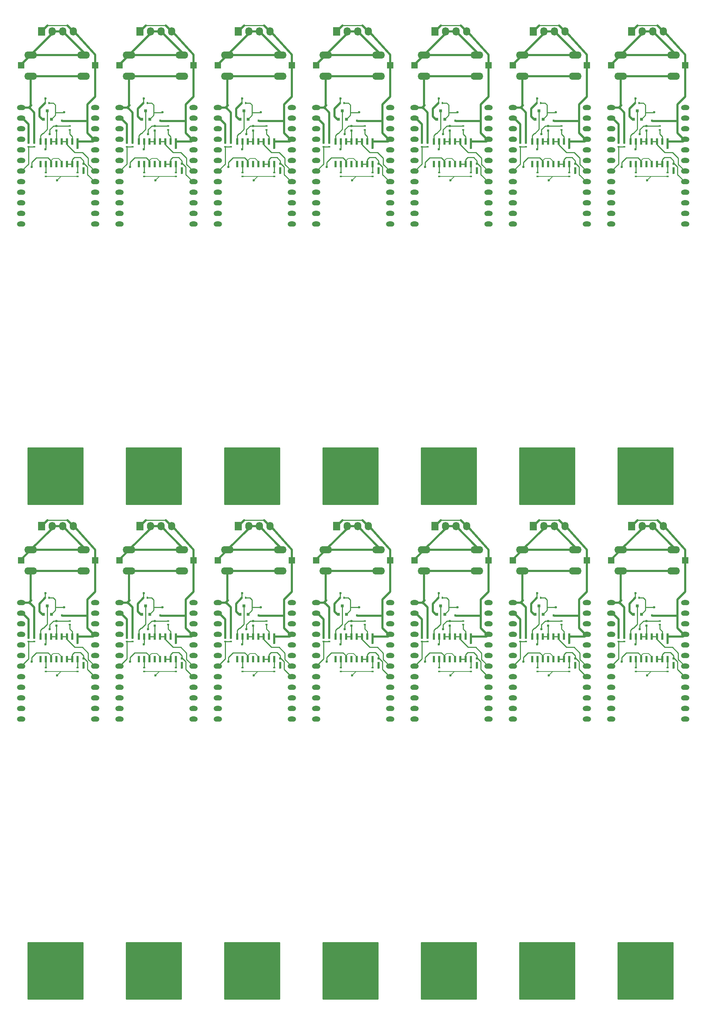
<source format=gbl>
G04 #@! TF.FileFunction,Copper,L4,Bot,Signal*
%FSLAX46Y46*%
G04 Gerber Fmt 4.6, Leading zero omitted, Abs format (unit mm)*
G04 Created by KiCad (PCBNEW 4.0.1-stable) date 2/13/2017 3:52:04 PM*
%MOMM*%
G01*
G04 APERTURE LIST*
%ADD10C,0.100000*%
%ADD11R,1.500000X1.500000*%
%ADD12O,2.000000X1.270000*%
%ADD13R,0.600000X0.400000*%
%ADD14R,0.500000X0.600000*%
%ADD15R,1.727200X2.032000*%
%ADD16O,1.727200X2.032000*%
%ADD17R,0.800100X0.800100*%
%ADD18R,0.400000X0.600000*%
%ADD19R,0.600000X1.500000*%
%ADD20O,3.048000X1.727200*%
%ADD21C,0.600000*%
%ADD22C,0.250000*%
%ADD23C,0.500000*%
%ADD24C,0.152400*%
%ADD25C,0.254000*%
G04 APERTURE END LIST*
D10*
D11*
X143298000Y-144930000D03*
X125518000Y-144930000D03*
D12*
X143298000Y-155090000D03*
X125518000Y-155090000D03*
X143298000Y-157630000D03*
X125518000Y-157630000D03*
X143298000Y-160170000D03*
X125518000Y-160170000D03*
X143298000Y-162710000D03*
X125518000Y-162710000D03*
X143298000Y-165250000D03*
X125518000Y-165250000D03*
X143298000Y-167790000D03*
X125518000Y-167790000D03*
X143298000Y-170330000D03*
X125518000Y-170330000D03*
X143298000Y-172870000D03*
X125518000Y-172870000D03*
X143298000Y-175410000D03*
X125518000Y-175410000D03*
X143298000Y-177950000D03*
X125518000Y-177950000D03*
X143298000Y-180490000D03*
X125518000Y-180490000D03*
X143298000Y-183030000D03*
X125518000Y-183030000D03*
D13*
X127296000Y-164430000D03*
X127296000Y-163530000D03*
X128693000Y-164430000D03*
X128693000Y-163530000D03*
D14*
X140580200Y-169584600D03*
X140580200Y-168484600D03*
D15*
X130445600Y-136751200D03*
D16*
X132985600Y-136751200D03*
X135525600Y-136751200D03*
X138065600Y-136751200D03*
D17*
X132805300Y-157856060D03*
X130905300Y-157856060D03*
X131855300Y-155857080D03*
D18*
X132254500Y-153934300D03*
X131354500Y-153934300D03*
D13*
X131512400Y-170667400D03*
X131512400Y-171567400D03*
X139107000Y-170667400D03*
X139107000Y-171567400D03*
D19*
X130217000Y-163210400D03*
X131487000Y-163210400D03*
X132757000Y-163210400D03*
X134027000Y-163210400D03*
X135297000Y-163210400D03*
X136567000Y-163210400D03*
X137837000Y-163210400D03*
X139107000Y-163210400D03*
X139107000Y-168610400D03*
X137837000Y-168610400D03*
X136567000Y-168610400D03*
X135297000Y-168610400D03*
X134027000Y-168610400D03*
X132757000Y-168610400D03*
X131487000Y-168610400D03*
X130217000Y-168610400D03*
D13*
X137278200Y-160366000D03*
X137278200Y-159466000D03*
D14*
X134027000Y-160567600D03*
X134027000Y-159467600D03*
D20*
X127854800Y-142440800D03*
X127854800Y-147520800D03*
X140554800Y-142440800D03*
X140554800Y-147520800D03*
X127854800Y-23695800D03*
X127854800Y-28775800D03*
X140554800Y-23695800D03*
X140554800Y-28775800D03*
D14*
X134027000Y-41822600D03*
X134027000Y-40722600D03*
D13*
X137278200Y-41621000D03*
X137278200Y-40721000D03*
D19*
X130217000Y-44465400D03*
X131487000Y-44465400D03*
X132757000Y-44465400D03*
X134027000Y-44465400D03*
X135297000Y-44465400D03*
X136567000Y-44465400D03*
X137837000Y-44465400D03*
X139107000Y-44465400D03*
X139107000Y-49865400D03*
X137837000Y-49865400D03*
X136567000Y-49865400D03*
X135297000Y-49865400D03*
X134027000Y-49865400D03*
X132757000Y-49865400D03*
X131487000Y-49865400D03*
X130217000Y-49865400D03*
D13*
X139107000Y-51922400D03*
X139107000Y-52822400D03*
X131512400Y-51922400D03*
X131512400Y-52822400D03*
D18*
X132254500Y-35189300D03*
X131354500Y-35189300D03*
D17*
X132805300Y-39111060D03*
X130905300Y-39111060D03*
X131855300Y-37112080D03*
D15*
X130445600Y-18006200D03*
D16*
X132985600Y-18006200D03*
X135525600Y-18006200D03*
X138065600Y-18006200D03*
D14*
X140580200Y-50839600D03*
X140580200Y-49739600D03*
D13*
X128693000Y-45685000D03*
X128693000Y-44785000D03*
X127296000Y-45685000D03*
X127296000Y-44785000D03*
D12*
X143298000Y-36345000D03*
X125518000Y-36345000D03*
X143298000Y-38885000D03*
X125518000Y-38885000D03*
X143298000Y-41425000D03*
X125518000Y-41425000D03*
X143298000Y-43965000D03*
X125518000Y-43965000D03*
X143298000Y-46505000D03*
X125518000Y-46505000D03*
X143298000Y-49045000D03*
X125518000Y-49045000D03*
X143298000Y-51585000D03*
X125518000Y-51585000D03*
X143298000Y-54125000D03*
X125518000Y-54125000D03*
X143298000Y-56665000D03*
X125518000Y-56665000D03*
X143298000Y-59205000D03*
X125518000Y-59205000D03*
X143298000Y-61745000D03*
X125518000Y-61745000D03*
X143298000Y-64285000D03*
X125518000Y-64285000D03*
D11*
X125518000Y-26185000D03*
X143298000Y-26185000D03*
X190542000Y-26185000D03*
X172762000Y-26185000D03*
D12*
X190542000Y-36345000D03*
X172762000Y-36345000D03*
X190542000Y-38885000D03*
X172762000Y-38885000D03*
X190542000Y-41425000D03*
X172762000Y-41425000D03*
X190542000Y-43965000D03*
X172762000Y-43965000D03*
X190542000Y-46505000D03*
X172762000Y-46505000D03*
X190542000Y-49045000D03*
X172762000Y-49045000D03*
X190542000Y-51585000D03*
X172762000Y-51585000D03*
X190542000Y-54125000D03*
X172762000Y-54125000D03*
X190542000Y-56665000D03*
X172762000Y-56665000D03*
X190542000Y-59205000D03*
X172762000Y-59205000D03*
X190542000Y-61745000D03*
X172762000Y-61745000D03*
X190542000Y-64285000D03*
X172762000Y-64285000D03*
D13*
X174540000Y-45685000D03*
X174540000Y-44785000D03*
X175937000Y-45685000D03*
X175937000Y-44785000D03*
D14*
X187824200Y-50839600D03*
X187824200Y-49739600D03*
D15*
X177689600Y-18006200D03*
D16*
X180229600Y-18006200D03*
X182769600Y-18006200D03*
X185309600Y-18006200D03*
D17*
X180049300Y-39111060D03*
X178149300Y-39111060D03*
X179099300Y-37112080D03*
D18*
X179498500Y-35189300D03*
X178598500Y-35189300D03*
D13*
X178756400Y-51922400D03*
X178756400Y-52822400D03*
X186351000Y-51922400D03*
X186351000Y-52822400D03*
D19*
X177461000Y-44465400D03*
X178731000Y-44465400D03*
X180001000Y-44465400D03*
X181271000Y-44465400D03*
X182541000Y-44465400D03*
X183811000Y-44465400D03*
X185081000Y-44465400D03*
X186351000Y-44465400D03*
X186351000Y-49865400D03*
X185081000Y-49865400D03*
X183811000Y-49865400D03*
X182541000Y-49865400D03*
X181271000Y-49865400D03*
X180001000Y-49865400D03*
X178731000Y-49865400D03*
X177461000Y-49865400D03*
D13*
X184522200Y-41621000D03*
X184522200Y-40721000D03*
D14*
X181271000Y-41822600D03*
X181271000Y-40722600D03*
D20*
X175098800Y-23695800D03*
X175098800Y-28775800D03*
X187798800Y-23695800D03*
X187798800Y-28775800D03*
X175098800Y-142440800D03*
X175098800Y-147520800D03*
X187798800Y-142440800D03*
X187798800Y-147520800D03*
D14*
X181271000Y-160567600D03*
X181271000Y-159467600D03*
D13*
X184522200Y-160366000D03*
X184522200Y-159466000D03*
D19*
X177461000Y-163210400D03*
X178731000Y-163210400D03*
X180001000Y-163210400D03*
X181271000Y-163210400D03*
X182541000Y-163210400D03*
X183811000Y-163210400D03*
X185081000Y-163210400D03*
X186351000Y-163210400D03*
X186351000Y-168610400D03*
X185081000Y-168610400D03*
X183811000Y-168610400D03*
X182541000Y-168610400D03*
X181271000Y-168610400D03*
X180001000Y-168610400D03*
X178731000Y-168610400D03*
X177461000Y-168610400D03*
D13*
X186351000Y-170667400D03*
X186351000Y-171567400D03*
X178756400Y-170667400D03*
X178756400Y-171567400D03*
D18*
X179498500Y-153934300D03*
X178598500Y-153934300D03*
D17*
X180049300Y-157856060D03*
X178149300Y-157856060D03*
X179099300Y-155857080D03*
D15*
X177689600Y-136751200D03*
D16*
X180229600Y-136751200D03*
X182769600Y-136751200D03*
X185309600Y-136751200D03*
D14*
X187824200Y-169584600D03*
X187824200Y-168484600D03*
D13*
X175937000Y-164430000D03*
X175937000Y-163530000D03*
X174540000Y-164430000D03*
X174540000Y-163530000D03*
D12*
X190542000Y-155090000D03*
X172762000Y-155090000D03*
X190542000Y-157630000D03*
X172762000Y-157630000D03*
X190542000Y-160170000D03*
X172762000Y-160170000D03*
X190542000Y-162710000D03*
X172762000Y-162710000D03*
X190542000Y-165250000D03*
X172762000Y-165250000D03*
X190542000Y-167790000D03*
X172762000Y-167790000D03*
X190542000Y-170330000D03*
X172762000Y-170330000D03*
X190542000Y-172870000D03*
X172762000Y-172870000D03*
X190542000Y-175410000D03*
X172762000Y-175410000D03*
X190542000Y-177950000D03*
X172762000Y-177950000D03*
X190542000Y-180490000D03*
X172762000Y-180490000D03*
X190542000Y-183030000D03*
X172762000Y-183030000D03*
D11*
X172762000Y-144930000D03*
X190542000Y-144930000D03*
X166920000Y-144930000D03*
X149140000Y-144930000D03*
D12*
X166920000Y-155090000D03*
X149140000Y-155090000D03*
X166920000Y-157630000D03*
X149140000Y-157630000D03*
X166920000Y-160170000D03*
X149140000Y-160170000D03*
X166920000Y-162710000D03*
X149140000Y-162710000D03*
X166920000Y-165250000D03*
X149140000Y-165250000D03*
X166920000Y-167790000D03*
X149140000Y-167790000D03*
X166920000Y-170330000D03*
X149140000Y-170330000D03*
X166920000Y-172870000D03*
X149140000Y-172870000D03*
X166920000Y-175410000D03*
X149140000Y-175410000D03*
X166920000Y-177950000D03*
X149140000Y-177950000D03*
X166920000Y-180490000D03*
X149140000Y-180490000D03*
X166920000Y-183030000D03*
X149140000Y-183030000D03*
D13*
X150918000Y-164430000D03*
X150918000Y-163530000D03*
X152315000Y-164430000D03*
X152315000Y-163530000D03*
D14*
X164202200Y-169584600D03*
X164202200Y-168484600D03*
D15*
X154067600Y-136751200D03*
D16*
X156607600Y-136751200D03*
X159147600Y-136751200D03*
X161687600Y-136751200D03*
D17*
X156427300Y-157856060D03*
X154527300Y-157856060D03*
X155477300Y-155857080D03*
D18*
X155876500Y-153934300D03*
X154976500Y-153934300D03*
D13*
X155134400Y-170667400D03*
X155134400Y-171567400D03*
X162729000Y-170667400D03*
X162729000Y-171567400D03*
D19*
X153839000Y-163210400D03*
X155109000Y-163210400D03*
X156379000Y-163210400D03*
X157649000Y-163210400D03*
X158919000Y-163210400D03*
X160189000Y-163210400D03*
X161459000Y-163210400D03*
X162729000Y-163210400D03*
X162729000Y-168610400D03*
X161459000Y-168610400D03*
X160189000Y-168610400D03*
X158919000Y-168610400D03*
X157649000Y-168610400D03*
X156379000Y-168610400D03*
X155109000Y-168610400D03*
X153839000Y-168610400D03*
D13*
X160900200Y-160366000D03*
X160900200Y-159466000D03*
D14*
X157649000Y-160567600D03*
X157649000Y-159467600D03*
D20*
X151476800Y-142440800D03*
X151476800Y-147520800D03*
X164176800Y-142440800D03*
X164176800Y-147520800D03*
X151476800Y-23695800D03*
X151476800Y-28775800D03*
X164176800Y-23695800D03*
X164176800Y-28775800D03*
D14*
X157649000Y-41822600D03*
X157649000Y-40722600D03*
D13*
X160900200Y-41621000D03*
X160900200Y-40721000D03*
D19*
X153839000Y-44465400D03*
X155109000Y-44465400D03*
X156379000Y-44465400D03*
X157649000Y-44465400D03*
X158919000Y-44465400D03*
X160189000Y-44465400D03*
X161459000Y-44465400D03*
X162729000Y-44465400D03*
X162729000Y-49865400D03*
X161459000Y-49865400D03*
X160189000Y-49865400D03*
X158919000Y-49865400D03*
X157649000Y-49865400D03*
X156379000Y-49865400D03*
X155109000Y-49865400D03*
X153839000Y-49865400D03*
D13*
X162729000Y-51922400D03*
X162729000Y-52822400D03*
X155134400Y-51922400D03*
X155134400Y-52822400D03*
D18*
X155876500Y-35189300D03*
X154976500Y-35189300D03*
D17*
X156427300Y-39111060D03*
X154527300Y-39111060D03*
X155477300Y-37112080D03*
D15*
X154067600Y-18006200D03*
D16*
X156607600Y-18006200D03*
X159147600Y-18006200D03*
X161687600Y-18006200D03*
D14*
X164202200Y-50839600D03*
X164202200Y-49739600D03*
D13*
X152315000Y-45685000D03*
X152315000Y-44785000D03*
X150918000Y-45685000D03*
X150918000Y-44785000D03*
D12*
X166920000Y-36345000D03*
X149140000Y-36345000D03*
X166920000Y-38885000D03*
X149140000Y-38885000D03*
X166920000Y-41425000D03*
X149140000Y-41425000D03*
X166920000Y-43965000D03*
X149140000Y-43965000D03*
X166920000Y-46505000D03*
X149140000Y-46505000D03*
X166920000Y-49045000D03*
X149140000Y-49045000D03*
X166920000Y-51585000D03*
X149140000Y-51585000D03*
X166920000Y-54125000D03*
X149140000Y-54125000D03*
X166920000Y-56665000D03*
X149140000Y-56665000D03*
X166920000Y-59205000D03*
X149140000Y-59205000D03*
X166920000Y-61745000D03*
X149140000Y-61745000D03*
X166920000Y-64285000D03*
X149140000Y-64285000D03*
D11*
X149140000Y-26185000D03*
X166920000Y-26185000D03*
X96054000Y-26185000D03*
X78274000Y-26185000D03*
D12*
X96054000Y-36345000D03*
X78274000Y-36345000D03*
X96054000Y-38885000D03*
X78274000Y-38885000D03*
X96054000Y-41425000D03*
X78274000Y-41425000D03*
X96054000Y-43965000D03*
X78274000Y-43965000D03*
X96054000Y-46505000D03*
X78274000Y-46505000D03*
X96054000Y-49045000D03*
X78274000Y-49045000D03*
X96054000Y-51585000D03*
X78274000Y-51585000D03*
X96054000Y-54125000D03*
X78274000Y-54125000D03*
X96054000Y-56665000D03*
X78274000Y-56665000D03*
X96054000Y-59205000D03*
X78274000Y-59205000D03*
X96054000Y-61745000D03*
X78274000Y-61745000D03*
X96054000Y-64285000D03*
X78274000Y-64285000D03*
D13*
X80052000Y-45685000D03*
X80052000Y-44785000D03*
X81449000Y-45685000D03*
X81449000Y-44785000D03*
D14*
X93336200Y-50839600D03*
X93336200Y-49739600D03*
D15*
X83201600Y-18006200D03*
D16*
X85741600Y-18006200D03*
X88281600Y-18006200D03*
X90821600Y-18006200D03*
D17*
X85561300Y-39111060D03*
X83661300Y-39111060D03*
X84611300Y-37112080D03*
D18*
X85010500Y-35189300D03*
X84110500Y-35189300D03*
D13*
X84268400Y-51922400D03*
X84268400Y-52822400D03*
X91863000Y-51922400D03*
X91863000Y-52822400D03*
D19*
X82973000Y-44465400D03*
X84243000Y-44465400D03*
X85513000Y-44465400D03*
X86783000Y-44465400D03*
X88053000Y-44465400D03*
X89323000Y-44465400D03*
X90593000Y-44465400D03*
X91863000Y-44465400D03*
X91863000Y-49865400D03*
X90593000Y-49865400D03*
X89323000Y-49865400D03*
X88053000Y-49865400D03*
X86783000Y-49865400D03*
X85513000Y-49865400D03*
X84243000Y-49865400D03*
X82973000Y-49865400D03*
D13*
X90034200Y-41621000D03*
X90034200Y-40721000D03*
D14*
X86783000Y-41822600D03*
X86783000Y-40722600D03*
D20*
X80610800Y-23695800D03*
X80610800Y-28775800D03*
X93310800Y-23695800D03*
X93310800Y-28775800D03*
X80610800Y-142440800D03*
X80610800Y-147520800D03*
X93310800Y-142440800D03*
X93310800Y-147520800D03*
D14*
X86783000Y-160567600D03*
X86783000Y-159467600D03*
D13*
X90034200Y-160366000D03*
X90034200Y-159466000D03*
D19*
X82973000Y-163210400D03*
X84243000Y-163210400D03*
X85513000Y-163210400D03*
X86783000Y-163210400D03*
X88053000Y-163210400D03*
X89323000Y-163210400D03*
X90593000Y-163210400D03*
X91863000Y-163210400D03*
X91863000Y-168610400D03*
X90593000Y-168610400D03*
X89323000Y-168610400D03*
X88053000Y-168610400D03*
X86783000Y-168610400D03*
X85513000Y-168610400D03*
X84243000Y-168610400D03*
X82973000Y-168610400D03*
D13*
X91863000Y-170667400D03*
X91863000Y-171567400D03*
X84268400Y-170667400D03*
X84268400Y-171567400D03*
D18*
X85010500Y-153934300D03*
X84110500Y-153934300D03*
D17*
X85561300Y-157856060D03*
X83661300Y-157856060D03*
X84611300Y-155857080D03*
D15*
X83201600Y-136751200D03*
D16*
X85741600Y-136751200D03*
X88281600Y-136751200D03*
X90821600Y-136751200D03*
D14*
X93336200Y-169584600D03*
X93336200Y-168484600D03*
D13*
X81449000Y-164430000D03*
X81449000Y-163530000D03*
X80052000Y-164430000D03*
X80052000Y-163530000D03*
D12*
X96054000Y-155090000D03*
X78274000Y-155090000D03*
X96054000Y-157630000D03*
X78274000Y-157630000D03*
X96054000Y-160170000D03*
X78274000Y-160170000D03*
X96054000Y-162710000D03*
X78274000Y-162710000D03*
X96054000Y-165250000D03*
X78274000Y-165250000D03*
X96054000Y-167790000D03*
X78274000Y-167790000D03*
X96054000Y-170330000D03*
X78274000Y-170330000D03*
X96054000Y-172870000D03*
X78274000Y-172870000D03*
X96054000Y-175410000D03*
X78274000Y-175410000D03*
X96054000Y-177950000D03*
X78274000Y-177950000D03*
X96054000Y-180490000D03*
X78274000Y-180490000D03*
X96054000Y-183030000D03*
X78274000Y-183030000D03*
D11*
X78274000Y-144930000D03*
X96054000Y-144930000D03*
X119676000Y-144930000D03*
X101896000Y-144930000D03*
D12*
X119676000Y-155090000D03*
X101896000Y-155090000D03*
X119676000Y-157630000D03*
X101896000Y-157630000D03*
X119676000Y-160170000D03*
X101896000Y-160170000D03*
X119676000Y-162710000D03*
X101896000Y-162710000D03*
X119676000Y-165250000D03*
X101896000Y-165250000D03*
X119676000Y-167790000D03*
X101896000Y-167790000D03*
X119676000Y-170330000D03*
X101896000Y-170330000D03*
X119676000Y-172870000D03*
X101896000Y-172870000D03*
X119676000Y-175410000D03*
X101896000Y-175410000D03*
X119676000Y-177950000D03*
X101896000Y-177950000D03*
X119676000Y-180490000D03*
X101896000Y-180490000D03*
X119676000Y-183030000D03*
X101896000Y-183030000D03*
D13*
X103674000Y-164430000D03*
X103674000Y-163530000D03*
X105071000Y-164430000D03*
X105071000Y-163530000D03*
D14*
X116958200Y-169584600D03*
X116958200Y-168484600D03*
D15*
X106823600Y-136751200D03*
D16*
X109363600Y-136751200D03*
X111903600Y-136751200D03*
X114443600Y-136751200D03*
D17*
X109183300Y-157856060D03*
X107283300Y-157856060D03*
X108233300Y-155857080D03*
D18*
X108632500Y-153934300D03*
X107732500Y-153934300D03*
D13*
X107890400Y-170667400D03*
X107890400Y-171567400D03*
X115485000Y-170667400D03*
X115485000Y-171567400D03*
D19*
X106595000Y-163210400D03*
X107865000Y-163210400D03*
X109135000Y-163210400D03*
X110405000Y-163210400D03*
X111675000Y-163210400D03*
X112945000Y-163210400D03*
X114215000Y-163210400D03*
X115485000Y-163210400D03*
X115485000Y-168610400D03*
X114215000Y-168610400D03*
X112945000Y-168610400D03*
X111675000Y-168610400D03*
X110405000Y-168610400D03*
X109135000Y-168610400D03*
X107865000Y-168610400D03*
X106595000Y-168610400D03*
D13*
X113656200Y-160366000D03*
X113656200Y-159466000D03*
D14*
X110405000Y-160567600D03*
X110405000Y-159467600D03*
D20*
X104232800Y-142440800D03*
X104232800Y-147520800D03*
X116932800Y-142440800D03*
X116932800Y-147520800D03*
X104232800Y-23695800D03*
X104232800Y-28775800D03*
X116932800Y-23695800D03*
X116932800Y-28775800D03*
D14*
X110405000Y-41822600D03*
X110405000Y-40722600D03*
D13*
X113656200Y-41621000D03*
X113656200Y-40721000D03*
D19*
X106595000Y-44465400D03*
X107865000Y-44465400D03*
X109135000Y-44465400D03*
X110405000Y-44465400D03*
X111675000Y-44465400D03*
X112945000Y-44465400D03*
X114215000Y-44465400D03*
X115485000Y-44465400D03*
X115485000Y-49865400D03*
X114215000Y-49865400D03*
X112945000Y-49865400D03*
X111675000Y-49865400D03*
X110405000Y-49865400D03*
X109135000Y-49865400D03*
X107865000Y-49865400D03*
X106595000Y-49865400D03*
D13*
X115485000Y-51922400D03*
X115485000Y-52822400D03*
X107890400Y-51922400D03*
X107890400Y-52822400D03*
D18*
X108632500Y-35189300D03*
X107732500Y-35189300D03*
D17*
X109183300Y-39111060D03*
X107283300Y-39111060D03*
X108233300Y-37112080D03*
D15*
X106823600Y-18006200D03*
D16*
X109363600Y-18006200D03*
X111903600Y-18006200D03*
X114443600Y-18006200D03*
D14*
X116958200Y-50839600D03*
X116958200Y-49739600D03*
D13*
X105071000Y-45685000D03*
X105071000Y-44785000D03*
X103674000Y-45685000D03*
X103674000Y-44785000D03*
D12*
X119676000Y-36345000D03*
X101896000Y-36345000D03*
X119676000Y-38885000D03*
X101896000Y-38885000D03*
X119676000Y-41425000D03*
X101896000Y-41425000D03*
X119676000Y-43965000D03*
X101896000Y-43965000D03*
X119676000Y-46505000D03*
X101896000Y-46505000D03*
X119676000Y-49045000D03*
X101896000Y-49045000D03*
X119676000Y-51585000D03*
X101896000Y-51585000D03*
X119676000Y-54125000D03*
X101896000Y-54125000D03*
X119676000Y-56665000D03*
X101896000Y-56665000D03*
X119676000Y-59205000D03*
X101896000Y-59205000D03*
X119676000Y-61745000D03*
X101896000Y-61745000D03*
X119676000Y-64285000D03*
X101896000Y-64285000D03*
D11*
X101896000Y-26185000D03*
X119676000Y-26185000D03*
X72432000Y-26185000D03*
X54652000Y-26185000D03*
D12*
X72432000Y-36345000D03*
X54652000Y-36345000D03*
X72432000Y-38885000D03*
X54652000Y-38885000D03*
X72432000Y-41425000D03*
X54652000Y-41425000D03*
X72432000Y-43965000D03*
X54652000Y-43965000D03*
X72432000Y-46505000D03*
X54652000Y-46505000D03*
X72432000Y-49045000D03*
X54652000Y-49045000D03*
X72432000Y-51585000D03*
X54652000Y-51585000D03*
X72432000Y-54125000D03*
X54652000Y-54125000D03*
X72432000Y-56665000D03*
X54652000Y-56665000D03*
X72432000Y-59205000D03*
X54652000Y-59205000D03*
X72432000Y-61745000D03*
X54652000Y-61745000D03*
X72432000Y-64285000D03*
X54652000Y-64285000D03*
D13*
X56430000Y-45685000D03*
X56430000Y-44785000D03*
X57827000Y-45685000D03*
X57827000Y-44785000D03*
D14*
X69714200Y-50839600D03*
X69714200Y-49739600D03*
D15*
X59579600Y-18006200D03*
D16*
X62119600Y-18006200D03*
X64659600Y-18006200D03*
X67199600Y-18006200D03*
D17*
X61939300Y-39111060D03*
X60039300Y-39111060D03*
X60989300Y-37112080D03*
D18*
X61388500Y-35189300D03*
X60488500Y-35189300D03*
D13*
X60646400Y-51922400D03*
X60646400Y-52822400D03*
X68241000Y-51922400D03*
X68241000Y-52822400D03*
D19*
X59351000Y-44465400D03*
X60621000Y-44465400D03*
X61891000Y-44465400D03*
X63161000Y-44465400D03*
X64431000Y-44465400D03*
X65701000Y-44465400D03*
X66971000Y-44465400D03*
X68241000Y-44465400D03*
X68241000Y-49865400D03*
X66971000Y-49865400D03*
X65701000Y-49865400D03*
X64431000Y-49865400D03*
X63161000Y-49865400D03*
X61891000Y-49865400D03*
X60621000Y-49865400D03*
X59351000Y-49865400D03*
D13*
X66412200Y-41621000D03*
X66412200Y-40721000D03*
D14*
X63161000Y-41822600D03*
X63161000Y-40722600D03*
D20*
X56988800Y-23695800D03*
X56988800Y-28775800D03*
X69688800Y-23695800D03*
X69688800Y-28775800D03*
X56988800Y-142440800D03*
X56988800Y-147520800D03*
X69688800Y-142440800D03*
X69688800Y-147520800D03*
D14*
X63161000Y-160567600D03*
X63161000Y-159467600D03*
D13*
X66412200Y-160366000D03*
X66412200Y-159466000D03*
D19*
X59351000Y-163210400D03*
X60621000Y-163210400D03*
X61891000Y-163210400D03*
X63161000Y-163210400D03*
X64431000Y-163210400D03*
X65701000Y-163210400D03*
X66971000Y-163210400D03*
X68241000Y-163210400D03*
X68241000Y-168610400D03*
X66971000Y-168610400D03*
X65701000Y-168610400D03*
X64431000Y-168610400D03*
X63161000Y-168610400D03*
X61891000Y-168610400D03*
X60621000Y-168610400D03*
X59351000Y-168610400D03*
D13*
X68241000Y-170667400D03*
X68241000Y-171567400D03*
X60646400Y-170667400D03*
X60646400Y-171567400D03*
D18*
X61388500Y-153934300D03*
X60488500Y-153934300D03*
D17*
X61939300Y-157856060D03*
X60039300Y-157856060D03*
X60989300Y-155857080D03*
D15*
X59579600Y-136751200D03*
D16*
X62119600Y-136751200D03*
X64659600Y-136751200D03*
X67199600Y-136751200D03*
D14*
X69714200Y-169584600D03*
X69714200Y-168484600D03*
D13*
X57827000Y-164430000D03*
X57827000Y-163530000D03*
X56430000Y-164430000D03*
X56430000Y-163530000D03*
D12*
X72432000Y-155090000D03*
X54652000Y-155090000D03*
X72432000Y-157630000D03*
X54652000Y-157630000D03*
X72432000Y-160170000D03*
X54652000Y-160170000D03*
X72432000Y-162710000D03*
X54652000Y-162710000D03*
X72432000Y-165250000D03*
X54652000Y-165250000D03*
X72432000Y-167790000D03*
X54652000Y-167790000D03*
X72432000Y-170330000D03*
X54652000Y-170330000D03*
X72432000Y-172870000D03*
X54652000Y-172870000D03*
X72432000Y-175410000D03*
X54652000Y-175410000D03*
X72432000Y-177950000D03*
X54652000Y-177950000D03*
X72432000Y-180490000D03*
X54652000Y-180490000D03*
X72432000Y-183030000D03*
X54652000Y-183030000D03*
D11*
X54652000Y-144930000D03*
X72432000Y-144930000D03*
X48810000Y-144930000D03*
X31030000Y-144930000D03*
D12*
X48810000Y-155090000D03*
X31030000Y-155090000D03*
X48810000Y-157630000D03*
X31030000Y-157630000D03*
X48810000Y-160170000D03*
X31030000Y-160170000D03*
X48810000Y-162710000D03*
X31030000Y-162710000D03*
X48810000Y-165250000D03*
X31030000Y-165250000D03*
X48810000Y-167790000D03*
X31030000Y-167790000D03*
X48810000Y-170330000D03*
X31030000Y-170330000D03*
X48810000Y-172870000D03*
X31030000Y-172870000D03*
X48810000Y-175410000D03*
X31030000Y-175410000D03*
X48810000Y-177950000D03*
X31030000Y-177950000D03*
X48810000Y-180490000D03*
X31030000Y-180490000D03*
X48810000Y-183030000D03*
X31030000Y-183030000D03*
D13*
X32808000Y-164430000D03*
X32808000Y-163530000D03*
X34205000Y-164430000D03*
X34205000Y-163530000D03*
D14*
X46092200Y-169584600D03*
X46092200Y-168484600D03*
D15*
X35957600Y-136751200D03*
D16*
X38497600Y-136751200D03*
X41037600Y-136751200D03*
X43577600Y-136751200D03*
D17*
X38317300Y-157856060D03*
X36417300Y-157856060D03*
X37367300Y-155857080D03*
D18*
X37766500Y-153934300D03*
X36866500Y-153934300D03*
D13*
X37024400Y-170667400D03*
X37024400Y-171567400D03*
X44619000Y-170667400D03*
X44619000Y-171567400D03*
D19*
X35729000Y-163210400D03*
X36999000Y-163210400D03*
X38269000Y-163210400D03*
X39539000Y-163210400D03*
X40809000Y-163210400D03*
X42079000Y-163210400D03*
X43349000Y-163210400D03*
X44619000Y-163210400D03*
X44619000Y-168610400D03*
X43349000Y-168610400D03*
X42079000Y-168610400D03*
X40809000Y-168610400D03*
X39539000Y-168610400D03*
X38269000Y-168610400D03*
X36999000Y-168610400D03*
X35729000Y-168610400D03*
D13*
X42790200Y-160366000D03*
X42790200Y-159466000D03*
D14*
X39539000Y-160567600D03*
X39539000Y-159467600D03*
D20*
X33366800Y-142440800D03*
X33366800Y-147520800D03*
X46066800Y-142440800D03*
X46066800Y-147520800D03*
X33366800Y-23695800D03*
X33366800Y-28775800D03*
X46066800Y-23695800D03*
X46066800Y-28775800D03*
D14*
X39539000Y-41822600D03*
X39539000Y-40722600D03*
D13*
X42790200Y-41621000D03*
X42790200Y-40721000D03*
D19*
X35729000Y-44465400D03*
X36999000Y-44465400D03*
X38269000Y-44465400D03*
X39539000Y-44465400D03*
X40809000Y-44465400D03*
X42079000Y-44465400D03*
X43349000Y-44465400D03*
X44619000Y-44465400D03*
X44619000Y-49865400D03*
X43349000Y-49865400D03*
X42079000Y-49865400D03*
X40809000Y-49865400D03*
X39539000Y-49865400D03*
X38269000Y-49865400D03*
X36999000Y-49865400D03*
X35729000Y-49865400D03*
D13*
X44619000Y-51922400D03*
X44619000Y-52822400D03*
X37024400Y-51922400D03*
X37024400Y-52822400D03*
D18*
X37766500Y-35189300D03*
X36866500Y-35189300D03*
D17*
X38317300Y-39111060D03*
X36417300Y-39111060D03*
X37367300Y-37112080D03*
D15*
X35957600Y-18006200D03*
D16*
X38497600Y-18006200D03*
X41037600Y-18006200D03*
X43577600Y-18006200D03*
D14*
X46092200Y-50839600D03*
X46092200Y-49739600D03*
D13*
X34205000Y-45685000D03*
X34205000Y-44785000D03*
X32808000Y-45685000D03*
X32808000Y-44785000D03*
D12*
X48810000Y-36345000D03*
X31030000Y-36345000D03*
X48810000Y-38885000D03*
X31030000Y-38885000D03*
X48810000Y-41425000D03*
X31030000Y-41425000D03*
X48810000Y-43965000D03*
X31030000Y-43965000D03*
X48810000Y-46505000D03*
X31030000Y-46505000D03*
X48810000Y-49045000D03*
X31030000Y-49045000D03*
X48810000Y-51585000D03*
X31030000Y-51585000D03*
X48810000Y-54125000D03*
X31030000Y-54125000D03*
X48810000Y-56665000D03*
X31030000Y-56665000D03*
X48810000Y-59205000D03*
X31030000Y-59205000D03*
X48810000Y-61745000D03*
X31030000Y-61745000D03*
X48810000Y-64285000D03*
X31030000Y-64285000D03*
D11*
X31030000Y-26185000D03*
X48810000Y-26185000D03*
D21*
X132452200Y-161440000D03*
X132452200Y-42695000D03*
X179696200Y-42695000D03*
X179696200Y-161440000D03*
X156074200Y-161440000D03*
X156074200Y-42695000D03*
X85208200Y-42695000D03*
X85208200Y-161440000D03*
X108830200Y-161440000D03*
X108830200Y-42695000D03*
X61586200Y-42695000D03*
X61586200Y-161440000D03*
X37964200Y-161440000D03*
X37964200Y-42695000D03*
X135373200Y-158188800D03*
X140554800Y-170711000D03*
X139107000Y-164716600D03*
X139107000Y-45971600D03*
X140554800Y-51966000D03*
X135373200Y-39443800D03*
X182617200Y-39443800D03*
X187798800Y-51966000D03*
X186351000Y-45971600D03*
X186351000Y-164716600D03*
X187798800Y-170711000D03*
X182617200Y-158188800D03*
X158995200Y-158188800D03*
X164176800Y-170711000D03*
X162729000Y-164716600D03*
X162729000Y-45971600D03*
X164176800Y-51966000D03*
X158995200Y-39443800D03*
X88129200Y-39443800D03*
X93310800Y-51966000D03*
X91863000Y-45971600D03*
X91863000Y-164716600D03*
X93310800Y-170711000D03*
X88129200Y-158188800D03*
X111751200Y-158188800D03*
X116932800Y-170711000D03*
X115485000Y-164716600D03*
X115485000Y-45971600D03*
X116932800Y-51966000D03*
X111751200Y-39443800D03*
X64507200Y-39443800D03*
X69688800Y-51966000D03*
X68241000Y-45971600D03*
X68241000Y-164716600D03*
X69688800Y-170711000D03*
X64507200Y-158188800D03*
X40885200Y-158188800D03*
X46066800Y-170711000D03*
X44619000Y-164716600D03*
X44619000Y-45971600D03*
X46066800Y-51966000D03*
X40885200Y-39443800D03*
X131436200Y-165072200D03*
X131436200Y-46327200D03*
X178680200Y-46327200D03*
X178680200Y-165072200D03*
X155058200Y-165072200D03*
X155058200Y-46327200D03*
X84192200Y-46327200D03*
X84192200Y-165072200D03*
X107814200Y-165072200D03*
X107814200Y-46327200D03*
X60570200Y-46327200D03*
X60570200Y-165072200D03*
X36948200Y-165072200D03*
X36948200Y-46327200D03*
X134179400Y-172514400D03*
X134179400Y-53769400D03*
X181423400Y-53769400D03*
X181423400Y-172514400D03*
X157801400Y-172514400D03*
X157801400Y-53769400D03*
X86935400Y-53769400D03*
X86935400Y-172514400D03*
X110557400Y-172514400D03*
X110557400Y-53769400D03*
X63313400Y-53769400D03*
X63313400Y-172514400D03*
X39691400Y-172514400D03*
X39691400Y-53769400D03*
X128134200Y-169263200D03*
X128134200Y-50518200D03*
X175378200Y-50518200D03*
X175378200Y-169263200D03*
X151756200Y-169263200D03*
X151756200Y-50518200D03*
X80890200Y-50518200D03*
X80890200Y-169263200D03*
X104512200Y-169263200D03*
X104512200Y-50518200D03*
X57268200Y-50518200D03*
X57268200Y-169263200D03*
X33646200Y-169263200D03*
X33646200Y-50518200D03*
X135868500Y-156182200D03*
X135868500Y-37437200D03*
X183112500Y-37437200D03*
X183112500Y-156182200D03*
X159490500Y-156182200D03*
X159490500Y-37437200D03*
X88624500Y-37437200D03*
X88624500Y-156182200D03*
X112246500Y-156182200D03*
X112246500Y-37437200D03*
X65002500Y-37437200D03*
X65002500Y-156182200D03*
X41380500Y-156182200D03*
X41380500Y-37437200D03*
X131398100Y-152829400D03*
X131398100Y-34084400D03*
X178642100Y-34084400D03*
X178642100Y-152829400D03*
X155020100Y-152829400D03*
X155020100Y-34084400D03*
X84154100Y-34084400D03*
X84154100Y-152829400D03*
X107776100Y-152829400D03*
X107776100Y-34084400D03*
X60532100Y-34084400D03*
X60532100Y-152829400D03*
X36910100Y-152829400D03*
X36910100Y-34084400D03*
D22*
X132757000Y-163210400D02*
X134027000Y-163210400D01*
X134027000Y-163210400D02*
X134027000Y-160567600D01*
X134027000Y-44465400D02*
X134027000Y-41822600D01*
X132757000Y-44465400D02*
X134027000Y-44465400D01*
X180001000Y-44465400D02*
X181271000Y-44465400D01*
X181271000Y-44465400D02*
X181271000Y-41822600D01*
X181271000Y-163210400D02*
X181271000Y-160567600D01*
X180001000Y-163210400D02*
X181271000Y-163210400D01*
X156379000Y-163210400D02*
X157649000Y-163210400D01*
X157649000Y-163210400D02*
X157649000Y-160567600D01*
X157649000Y-44465400D02*
X157649000Y-41822600D01*
X156379000Y-44465400D02*
X157649000Y-44465400D01*
X85513000Y-44465400D02*
X86783000Y-44465400D01*
X86783000Y-44465400D02*
X86783000Y-41822600D01*
X86783000Y-163210400D02*
X86783000Y-160567600D01*
X85513000Y-163210400D02*
X86783000Y-163210400D01*
X109135000Y-163210400D02*
X110405000Y-163210400D01*
X110405000Y-163210400D02*
X110405000Y-160567600D01*
X110405000Y-44465400D02*
X110405000Y-41822600D01*
X109135000Y-44465400D02*
X110405000Y-44465400D01*
X61891000Y-44465400D02*
X63161000Y-44465400D01*
X63161000Y-44465400D02*
X63161000Y-41822600D01*
X63161000Y-163210400D02*
X63161000Y-160567600D01*
X61891000Y-163210400D02*
X63161000Y-163210400D01*
X38269000Y-163210400D02*
X39539000Y-163210400D01*
X39539000Y-163210400D02*
X39539000Y-160567600D01*
X39539000Y-44465400D02*
X39539000Y-41822600D01*
X38269000Y-44465400D02*
X39539000Y-44465400D01*
X137276600Y-159467600D02*
X137278200Y-159466000D01*
X134027000Y-159467600D02*
X137276600Y-159467600D01*
X133332400Y-159467600D02*
X132452200Y-160347800D01*
X132452200Y-160347800D02*
X132452200Y-161440000D01*
X134027000Y-159467600D02*
X133332400Y-159467600D01*
X134027000Y-40722600D02*
X133332400Y-40722600D01*
X132452200Y-41602800D02*
X132452200Y-42695000D01*
X133332400Y-40722600D02*
X132452200Y-41602800D01*
X134027000Y-40722600D02*
X137276600Y-40722600D01*
X137276600Y-40722600D02*
X137278200Y-40721000D01*
X184520600Y-40722600D02*
X184522200Y-40721000D01*
X181271000Y-40722600D02*
X184520600Y-40722600D01*
X180576400Y-40722600D02*
X179696200Y-41602800D01*
X179696200Y-41602800D02*
X179696200Y-42695000D01*
X181271000Y-40722600D02*
X180576400Y-40722600D01*
X181271000Y-159467600D02*
X180576400Y-159467600D01*
X179696200Y-160347800D02*
X179696200Y-161440000D01*
X180576400Y-159467600D02*
X179696200Y-160347800D01*
X181271000Y-159467600D02*
X184520600Y-159467600D01*
X184520600Y-159467600D02*
X184522200Y-159466000D01*
X160898600Y-159467600D02*
X160900200Y-159466000D01*
X157649000Y-159467600D02*
X160898600Y-159467600D01*
X156954400Y-159467600D02*
X156074200Y-160347800D01*
X156074200Y-160347800D02*
X156074200Y-161440000D01*
X157649000Y-159467600D02*
X156954400Y-159467600D01*
X157649000Y-40722600D02*
X156954400Y-40722600D01*
X156074200Y-41602800D02*
X156074200Y-42695000D01*
X156954400Y-40722600D02*
X156074200Y-41602800D01*
X157649000Y-40722600D02*
X160898600Y-40722600D01*
X160898600Y-40722600D02*
X160900200Y-40721000D01*
X90032600Y-40722600D02*
X90034200Y-40721000D01*
X86783000Y-40722600D02*
X90032600Y-40722600D01*
X86088400Y-40722600D02*
X85208200Y-41602800D01*
X85208200Y-41602800D02*
X85208200Y-42695000D01*
X86783000Y-40722600D02*
X86088400Y-40722600D01*
X86783000Y-159467600D02*
X86088400Y-159467600D01*
X85208200Y-160347800D02*
X85208200Y-161440000D01*
X86088400Y-159467600D02*
X85208200Y-160347800D01*
X86783000Y-159467600D02*
X90032600Y-159467600D01*
X90032600Y-159467600D02*
X90034200Y-159466000D01*
X113654600Y-159467600D02*
X113656200Y-159466000D01*
X110405000Y-159467600D02*
X113654600Y-159467600D01*
X109710400Y-159467600D02*
X108830200Y-160347800D01*
X108830200Y-160347800D02*
X108830200Y-161440000D01*
X110405000Y-159467600D02*
X109710400Y-159467600D01*
X110405000Y-40722600D02*
X109710400Y-40722600D01*
X108830200Y-41602800D02*
X108830200Y-42695000D01*
X109710400Y-40722600D02*
X108830200Y-41602800D01*
X110405000Y-40722600D02*
X113654600Y-40722600D01*
X113654600Y-40722600D02*
X113656200Y-40721000D01*
X66410600Y-40722600D02*
X66412200Y-40721000D01*
X63161000Y-40722600D02*
X66410600Y-40722600D01*
X62466400Y-40722600D02*
X61586200Y-41602800D01*
X61586200Y-41602800D02*
X61586200Y-42695000D01*
X63161000Y-40722600D02*
X62466400Y-40722600D01*
X63161000Y-159467600D02*
X62466400Y-159467600D01*
X61586200Y-160347800D02*
X61586200Y-161440000D01*
X62466400Y-159467600D02*
X61586200Y-160347800D01*
X63161000Y-159467600D02*
X66410600Y-159467600D01*
X66410600Y-159467600D02*
X66412200Y-159466000D01*
X42788600Y-159467600D02*
X42790200Y-159466000D01*
X39539000Y-159467600D02*
X42788600Y-159467600D01*
X38844400Y-159467600D02*
X37964200Y-160347800D01*
X37964200Y-160347800D02*
X37964200Y-161440000D01*
X39539000Y-159467600D02*
X38844400Y-159467600D01*
X39539000Y-40722600D02*
X38844400Y-40722600D01*
X37964200Y-41602800D02*
X37964200Y-42695000D01*
X38844400Y-40722600D02*
X37964200Y-41602800D01*
X39539000Y-40722600D02*
X42788600Y-40722600D01*
X42788600Y-40722600D02*
X42790200Y-40721000D01*
D23*
X127854800Y-147520800D02*
X140554800Y-147520800D01*
X127854800Y-147520800D02*
X127854800Y-154480400D01*
X125518000Y-155090000D02*
X127473800Y-155090000D01*
X127473800Y-154988400D02*
X127981800Y-154480400D01*
X127981800Y-154480400D02*
X127854800Y-154480400D01*
X127473800Y-155090000D02*
X127473800Y-154988400D01*
X128693000Y-156207600D02*
X127575400Y-155090000D01*
X127575400Y-155090000D02*
X127575400Y-155166200D01*
X127575400Y-155166200D02*
X127727800Y-155318600D01*
X128693000Y-163530000D02*
X128693000Y-156207600D01*
X128693000Y-44785000D02*
X128693000Y-37462600D01*
X127575400Y-36421200D02*
X127727800Y-36573600D01*
X127575400Y-36345000D02*
X127575400Y-36421200D01*
X128693000Y-37462600D02*
X127575400Y-36345000D01*
X127473800Y-36345000D02*
X127473800Y-36243400D01*
X127981800Y-35735400D02*
X127854800Y-35735400D01*
X127473800Y-36243400D02*
X127981800Y-35735400D01*
X125518000Y-36345000D02*
X127473800Y-36345000D01*
X127854800Y-28775800D02*
X127854800Y-35735400D01*
X127854800Y-28775800D02*
X140554800Y-28775800D01*
X175098800Y-28775800D02*
X187798800Y-28775800D01*
X175098800Y-28775800D02*
X175098800Y-35735400D01*
X172762000Y-36345000D02*
X174717800Y-36345000D01*
X174717800Y-36243400D02*
X175225800Y-35735400D01*
X175225800Y-35735400D02*
X175098800Y-35735400D01*
X174717800Y-36345000D02*
X174717800Y-36243400D01*
X175937000Y-37462600D02*
X174819400Y-36345000D01*
X174819400Y-36345000D02*
X174819400Y-36421200D01*
X174819400Y-36421200D02*
X174971800Y-36573600D01*
X175937000Y-44785000D02*
X175937000Y-37462600D01*
X175937000Y-163530000D02*
X175937000Y-156207600D01*
X174819400Y-155166200D02*
X174971800Y-155318600D01*
X174819400Y-155090000D02*
X174819400Y-155166200D01*
X175937000Y-156207600D02*
X174819400Y-155090000D01*
X174717800Y-155090000D02*
X174717800Y-154988400D01*
X175225800Y-154480400D02*
X175098800Y-154480400D01*
X174717800Y-154988400D02*
X175225800Y-154480400D01*
X172762000Y-155090000D02*
X174717800Y-155090000D01*
X175098800Y-147520800D02*
X175098800Y-154480400D01*
X175098800Y-147520800D02*
X187798800Y-147520800D01*
X151476800Y-147520800D02*
X164176800Y-147520800D01*
X151476800Y-147520800D02*
X151476800Y-154480400D01*
X149140000Y-155090000D02*
X151095800Y-155090000D01*
X151095800Y-154988400D02*
X151603800Y-154480400D01*
X151603800Y-154480400D02*
X151476800Y-154480400D01*
X151095800Y-155090000D02*
X151095800Y-154988400D01*
X152315000Y-156207600D02*
X151197400Y-155090000D01*
X151197400Y-155090000D02*
X151197400Y-155166200D01*
X151197400Y-155166200D02*
X151349800Y-155318600D01*
X152315000Y-163530000D02*
X152315000Y-156207600D01*
X152315000Y-44785000D02*
X152315000Y-37462600D01*
X151197400Y-36421200D02*
X151349800Y-36573600D01*
X151197400Y-36345000D02*
X151197400Y-36421200D01*
X152315000Y-37462600D02*
X151197400Y-36345000D01*
X151095800Y-36345000D02*
X151095800Y-36243400D01*
X151603800Y-35735400D02*
X151476800Y-35735400D01*
X151095800Y-36243400D02*
X151603800Y-35735400D01*
X149140000Y-36345000D02*
X151095800Y-36345000D01*
X151476800Y-28775800D02*
X151476800Y-35735400D01*
X151476800Y-28775800D02*
X164176800Y-28775800D01*
X80610800Y-28775800D02*
X93310800Y-28775800D01*
X80610800Y-28775800D02*
X80610800Y-35735400D01*
X78274000Y-36345000D02*
X80229800Y-36345000D01*
X80229800Y-36243400D02*
X80737800Y-35735400D01*
X80737800Y-35735400D02*
X80610800Y-35735400D01*
X80229800Y-36345000D02*
X80229800Y-36243400D01*
X81449000Y-37462600D02*
X80331400Y-36345000D01*
X80331400Y-36345000D02*
X80331400Y-36421200D01*
X80331400Y-36421200D02*
X80483800Y-36573600D01*
X81449000Y-44785000D02*
X81449000Y-37462600D01*
X81449000Y-163530000D02*
X81449000Y-156207600D01*
X80331400Y-155166200D02*
X80483800Y-155318600D01*
X80331400Y-155090000D02*
X80331400Y-155166200D01*
X81449000Y-156207600D02*
X80331400Y-155090000D01*
X80229800Y-155090000D02*
X80229800Y-154988400D01*
X80737800Y-154480400D02*
X80610800Y-154480400D01*
X80229800Y-154988400D02*
X80737800Y-154480400D01*
X78274000Y-155090000D02*
X80229800Y-155090000D01*
X80610800Y-147520800D02*
X80610800Y-154480400D01*
X80610800Y-147520800D02*
X93310800Y-147520800D01*
X104232800Y-147520800D02*
X116932800Y-147520800D01*
X104232800Y-147520800D02*
X104232800Y-154480400D01*
X101896000Y-155090000D02*
X103851800Y-155090000D01*
X103851800Y-154988400D02*
X104359800Y-154480400D01*
X104359800Y-154480400D02*
X104232800Y-154480400D01*
X103851800Y-155090000D02*
X103851800Y-154988400D01*
X105071000Y-156207600D02*
X103953400Y-155090000D01*
X103953400Y-155090000D02*
X103953400Y-155166200D01*
X103953400Y-155166200D02*
X104105800Y-155318600D01*
X105071000Y-163530000D02*
X105071000Y-156207600D01*
X105071000Y-44785000D02*
X105071000Y-37462600D01*
X103953400Y-36421200D02*
X104105800Y-36573600D01*
X103953400Y-36345000D02*
X103953400Y-36421200D01*
X105071000Y-37462600D02*
X103953400Y-36345000D01*
X103851800Y-36345000D02*
X103851800Y-36243400D01*
X104359800Y-35735400D02*
X104232800Y-35735400D01*
X103851800Y-36243400D02*
X104359800Y-35735400D01*
X101896000Y-36345000D02*
X103851800Y-36345000D01*
X104232800Y-28775800D02*
X104232800Y-35735400D01*
X104232800Y-28775800D02*
X116932800Y-28775800D01*
X56988800Y-28775800D02*
X69688800Y-28775800D01*
X56988800Y-28775800D02*
X56988800Y-35735400D01*
X54652000Y-36345000D02*
X56607800Y-36345000D01*
X56607800Y-36243400D02*
X57115800Y-35735400D01*
X57115800Y-35735400D02*
X56988800Y-35735400D01*
X56607800Y-36345000D02*
X56607800Y-36243400D01*
X57827000Y-37462600D02*
X56709400Y-36345000D01*
X56709400Y-36345000D02*
X56709400Y-36421200D01*
X56709400Y-36421200D02*
X56861800Y-36573600D01*
X57827000Y-44785000D02*
X57827000Y-37462600D01*
X57827000Y-163530000D02*
X57827000Y-156207600D01*
X56709400Y-155166200D02*
X56861800Y-155318600D01*
X56709400Y-155090000D02*
X56709400Y-155166200D01*
X57827000Y-156207600D02*
X56709400Y-155090000D01*
X56607800Y-155090000D02*
X56607800Y-154988400D01*
X57115800Y-154480400D02*
X56988800Y-154480400D01*
X56607800Y-154988400D02*
X57115800Y-154480400D01*
X54652000Y-155090000D02*
X56607800Y-155090000D01*
X56988800Y-147520800D02*
X56988800Y-154480400D01*
X56988800Y-147520800D02*
X69688800Y-147520800D01*
X33366800Y-147520800D02*
X46066800Y-147520800D01*
X33366800Y-147520800D02*
X33366800Y-154480400D01*
X31030000Y-155090000D02*
X32985800Y-155090000D01*
X32985800Y-154988400D02*
X33493800Y-154480400D01*
X33493800Y-154480400D02*
X33366800Y-154480400D01*
X32985800Y-155090000D02*
X32985800Y-154988400D01*
X34205000Y-156207600D02*
X33087400Y-155090000D01*
X33087400Y-155090000D02*
X33087400Y-155166200D01*
X33087400Y-155166200D02*
X33239800Y-155318600D01*
X34205000Y-163530000D02*
X34205000Y-156207600D01*
X34205000Y-44785000D02*
X34205000Y-37462600D01*
X33087400Y-36421200D02*
X33239800Y-36573600D01*
X33087400Y-36345000D02*
X33087400Y-36421200D01*
X34205000Y-37462600D02*
X33087400Y-36345000D01*
X32985800Y-36345000D02*
X32985800Y-36243400D01*
X33493800Y-35735400D02*
X33366800Y-35735400D01*
X32985800Y-36243400D02*
X33493800Y-35735400D01*
X31030000Y-36345000D02*
X32985800Y-36345000D01*
X33366800Y-28775800D02*
X33366800Y-35735400D01*
X33366800Y-28775800D02*
X46066800Y-28775800D01*
X143298000Y-142390000D02*
X143298000Y-144930000D01*
X138218000Y-136751200D02*
X143298000Y-142390000D01*
X138065600Y-136751200D02*
X138218000Y-136751200D01*
X136643200Y-135328800D02*
X138065600Y-136751200D01*
D22*
X131918800Y-135328800D02*
X136643200Y-135328800D01*
D23*
X130496400Y-136751200D02*
X131918800Y-135328800D01*
X130445600Y-136751200D02*
X130496400Y-136751200D01*
X142967800Y-162710000D02*
X143298000Y-162710000D01*
X143298000Y-152473800D02*
X141443800Y-154328000D01*
X141443800Y-158265000D02*
X141443800Y-161186000D01*
X141443800Y-154328000D02*
X141443800Y-158265000D01*
X141443800Y-161186000D02*
X142967800Y-162710000D01*
X143298000Y-144930000D02*
X143298000Y-152473800D01*
X135449400Y-158265000D02*
X135373200Y-158188800D01*
X141443800Y-158265000D02*
X135449400Y-158265000D01*
X125873600Y-157630000D02*
X125518000Y-157630000D01*
X127296000Y-159052400D02*
X125873600Y-157630000D01*
X127296000Y-163530000D02*
X127296000Y-159052400D01*
X142797600Y-163210400D02*
X143298000Y-162710000D01*
X139107000Y-163210400D02*
X142797600Y-163210400D01*
X140580200Y-170685600D02*
X140554800Y-170711000D01*
X139107000Y-164716600D02*
X139107000Y-163210400D01*
X140580200Y-169584600D02*
X140580200Y-170685600D01*
X140580200Y-50839600D02*
X140580200Y-51940600D01*
X139107000Y-45971600D02*
X139107000Y-44465400D01*
X140580200Y-51940600D02*
X140554800Y-51966000D01*
X139107000Y-44465400D02*
X142797600Y-44465400D01*
X142797600Y-44465400D02*
X143298000Y-43965000D01*
X127296000Y-44785000D02*
X127296000Y-40307400D01*
X127296000Y-40307400D02*
X125873600Y-38885000D01*
X125873600Y-38885000D02*
X125518000Y-38885000D01*
X141443800Y-39520000D02*
X135449400Y-39520000D01*
X135449400Y-39520000D02*
X135373200Y-39443800D01*
X143298000Y-26185000D02*
X143298000Y-33728800D01*
X141443800Y-42441000D02*
X142967800Y-43965000D01*
X141443800Y-35583000D02*
X141443800Y-39520000D01*
X141443800Y-39520000D02*
X141443800Y-42441000D01*
X143298000Y-33728800D02*
X141443800Y-35583000D01*
X142967800Y-43965000D02*
X143298000Y-43965000D01*
X130445600Y-18006200D02*
X130496400Y-18006200D01*
X130496400Y-18006200D02*
X131918800Y-16583800D01*
D22*
X131918800Y-16583800D02*
X136643200Y-16583800D01*
D23*
X136643200Y-16583800D02*
X138065600Y-18006200D01*
X138065600Y-18006200D02*
X138218000Y-18006200D01*
X138218000Y-18006200D02*
X143298000Y-23645000D01*
X143298000Y-23645000D02*
X143298000Y-26185000D01*
X190542000Y-23645000D02*
X190542000Y-26185000D01*
X185462000Y-18006200D02*
X190542000Y-23645000D01*
X185309600Y-18006200D02*
X185462000Y-18006200D01*
X183887200Y-16583800D02*
X185309600Y-18006200D01*
D22*
X179162800Y-16583800D02*
X183887200Y-16583800D01*
D23*
X177740400Y-18006200D02*
X179162800Y-16583800D01*
X177689600Y-18006200D02*
X177740400Y-18006200D01*
X190211800Y-43965000D02*
X190542000Y-43965000D01*
X190542000Y-33728800D02*
X188687800Y-35583000D01*
X188687800Y-39520000D02*
X188687800Y-42441000D01*
X188687800Y-35583000D02*
X188687800Y-39520000D01*
X188687800Y-42441000D02*
X190211800Y-43965000D01*
X190542000Y-26185000D02*
X190542000Y-33728800D01*
X182693400Y-39520000D02*
X182617200Y-39443800D01*
X188687800Y-39520000D02*
X182693400Y-39520000D01*
X173117600Y-38885000D02*
X172762000Y-38885000D01*
X174540000Y-40307400D02*
X173117600Y-38885000D01*
X174540000Y-44785000D02*
X174540000Y-40307400D01*
X190041600Y-44465400D02*
X190542000Y-43965000D01*
X186351000Y-44465400D02*
X190041600Y-44465400D01*
X187824200Y-51940600D02*
X187798800Y-51966000D01*
X186351000Y-45971600D02*
X186351000Y-44465400D01*
X187824200Y-50839600D02*
X187824200Y-51940600D01*
X187824200Y-169584600D02*
X187824200Y-170685600D01*
X186351000Y-164716600D02*
X186351000Y-163210400D01*
X187824200Y-170685600D02*
X187798800Y-170711000D01*
X186351000Y-163210400D02*
X190041600Y-163210400D01*
X190041600Y-163210400D02*
X190542000Y-162710000D01*
X174540000Y-163530000D02*
X174540000Y-159052400D01*
X174540000Y-159052400D02*
X173117600Y-157630000D01*
X173117600Y-157630000D02*
X172762000Y-157630000D01*
X188687800Y-158265000D02*
X182693400Y-158265000D01*
X182693400Y-158265000D02*
X182617200Y-158188800D01*
X190542000Y-144930000D02*
X190542000Y-152473800D01*
X188687800Y-161186000D02*
X190211800Y-162710000D01*
X188687800Y-154328000D02*
X188687800Y-158265000D01*
X188687800Y-158265000D02*
X188687800Y-161186000D01*
X190542000Y-152473800D02*
X188687800Y-154328000D01*
X190211800Y-162710000D02*
X190542000Y-162710000D01*
X177689600Y-136751200D02*
X177740400Y-136751200D01*
X177740400Y-136751200D02*
X179162800Y-135328800D01*
D22*
X179162800Y-135328800D02*
X183887200Y-135328800D01*
D23*
X183887200Y-135328800D02*
X185309600Y-136751200D01*
X185309600Y-136751200D02*
X185462000Y-136751200D01*
X185462000Y-136751200D02*
X190542000Y-142390000D01*
X190542000Y-142390000D02*
X190542000Y-144930000D01*
X166920000Y-142390000D02*
X166920000Y-144930000D01*
X161840000Y-136751200D02*
X166920000Y-142390000D01*
X161687600Y-136751200D02*
X161840000Y-136751200D01*
X160265200Y-135328800D02*
X161687600Y-136751200D01*
D22*
X155540800Y-135328800D02*
X160265200Y-135328800D01*
D23*
X154118400Y-136751200D02*
X155540800Y-135328800D01*
X154067600Y-136751200D02*
X154118400Y-136751200D01*
X166589800Y-162710000D02*
X166920000Y-162710000D01*
X166920000Y-152473800D02*
X165065800Y-154328000D01*
X165065800Y-158265000D02*
X165065800Y-161186000D01*
X165065800Y-154328000D02*
X165065800Y-158265000D01*
X165065800Y-161186000D02*
X166589800Y-162710000D01*
X166920000Y-144930000D02*
X166920000Y-152473800D01*
X159071400Y-158265000D02*
X158995200Y-158188800D01*
X165065800Y-158265000D02*
X159071400Y-158265000D01*
X149495600Y-157630000D02*
X149140000Y-157630000D01*
X150918000Y-159052400D02*
X149495600Y-157630000D01*
X150918000Y-163530000D02*
X150918000Y-159052400D01*
X166419600Y-163210400D02*
X166920000Y-162710000D01*
X162729000Y-163210400D02*
X166419600Y-163210400D01*
X164202200Y-170685600D02*
X164176800Y-170711000D01*
X162729000Y-164716600D02*
X162729000Y-163210400D01*
X164202200Y-169584600D02*
X164202200Y-170685600D01*
X164202200Y-50839600D02*
X164202200Y-51940600D01*
X162729000Y-45971600D02*
X162729000Y-44465400D01*
X164202200Y-51940600D02*
X164176800Y-51966000D01*
X162729000Y-44465400D02*
X166419600Y-44465400D01*
X166419600Y-44465400D02*
X166920000Y-43965000D01*
X150918000Y-44785000D02*
X150918000Y-40307400D01*
X150918000Y-40307400D02*
X149495600Y-38885000D01*
X149495600Y-38885000D02*
X149140000Y-38885000D01*
X165065800Y-39520000D02*
X159071400Y-39520000D01*
X159071400Y-39520000D02*
X158995200Y-39443800D01*
X166920000Y-26185000D02*
X166920000Y-33728800D01*
X165065800Y-42441000D02*
X166589800Y-43965000D01*
X165065800Y-35583000D02*
X165065800Y-39520000D01*
X165065800Y-39520000D02*
X165065800Y-42441000D01*
X166920000Y-33728800D02*
X165065800Y-35583000D01*
X166589800Y-43965000D02*
X166920000Y-43965000D01*
X154067600Y-18006200D02*
X154118400Y-18006200D01*
X154118400Y-18006200D02*
X155540800Y-16583800D01*
D22*
X155540800Y-16583800D02*
X160265200Y-16583800D01*
D23*
X160265200Y-16583800D02*
X161687600Y-18006200D01*
X161687600Y-18006200D02*
X161840000Y-18006200D01*
X161840000Y-18006200D02*
X166920000Y-23645000D01*
X166920000Y-23645000D02*
X166920000Y-26185000D01*
X96054000Y-23645000D02*
X96054000Y-26185000D01*
X90974000Y-18006200D02*
X96054000Y-23645000D01*
X90821600Y-18006200D02*
X90974000Y-18006200D01*
X89399200Y-16583800D02*
X90821600Y-18006200D01*
D22*
X84674800Y-16583800D02*
X89399200Y-16583800D01*
D23*
X83252400Y-18006200D02*
X84674800Y-16583800D01*
X83201600Y-18006200D02*
X83252400Y-18006200D01*
X95723800Y-43965000D02*
X96054000Y-43965000D01*
X96054000Y-33728800D02*
X94199800Y-35583000D01*
X94199800Y-39520000D02*
X94199800Y-42441000D01*
X94199800Y-35583000D02*
X94199800Y-39520000D01*
X94199800Y-42441000D02*
X95723800Y-43965000D01*
X96054000Y-26185000D02*
X96054000Y-33728800D01*
X88205400Y-39520000D02*
X88129200Y-39443800D01*
X94199800Y-39520000D02*
X88205400Y-39520000D01*
X78629600Y-38885000D02*
X78274000Y-38885000D01*
X80052000Y-40307400D02*
X78629600Y-38885000D01*
X80052000Y-44785000D02*
X80052000Y-40307400D01*
X95553600Y-44465400D02*
X96054000Y-43965000D01*
X91863000Y-44465400D02*
X95553600Y-44465400D01*
X93336200Y-51940600D02*
X93310800Y-51966000D01*
X91863000Y-45971600D02*
X91863000Y-44465400D01*
X93336200Y-50839600D02*
X93336200Y-51940600D01*
X93336200Y-169584600D02*
X93336200Y-170685600D01*
X91863000Y-164716600D02*
X91863000Y-163210400D01*
X93336200Y-170685600D02*
X93310800Y-170711000D01*
X91863000Y-163210400D02*
X95553600Y-163210400D01*
X95553600Y-163210400D02*
X96054000Y-162710000D01*
X80052000Y-163530000D02*
X80052000Y-159052400D01*
X80052000Y-159052400D02*
X78629600Y-157630000D01*
X78629600Y-157630000D02*
X78274000Y-157630000D01*
X94199800Y-158265000D02*
X88205400Y-158265000D01*
X88205400Y-158265000D02*
X88129200Y-158188800D01*
X96054000Y-144930000D02*
X96054000Y-152473800D01*
X94199800Y-161186000D02*
X95723800Y-162710000D01*
X94199800Y-154328000D02*
X94199800Y-158265000D01*
X94199800Y-158265000D02*
X94199800Y-161186000D01*
X96054000Y-152473800D02*
X94199800Y-154328000D01*
X95723800Y-162710000D02*
X96054000Y-162710000D01*
X83201600Y-136751200D02*
X83252400Y-136751200D01*
X83252400Y-136751200D02*
X84674800Y-135328800D01*
D22*
X84674800Y-135328800D02*
X89399200Y-135328800D01*
D23*
X89399200Y-135328800D02*
X90821600Y-136751200D01*
X90821600Y-136751200D02*
X90974000Y-136751200D01*
X90974000Y-136751200D02*
X96054000Y-142390000D01*
X96054000Y-142390000D02*
X96054000Y-144930000D01*
X119676000Y-142390000D02*
X119676000Y-144930000D01*
X114596000Y-136751200D02*
X119676000Y-142390000D01*
X114443600Y-136751200D02*
X114596000Y-136751200D01*
X113021200Y-135328800D02*
X114443600Y-136751200D01*
D22*
X108296800Y-135328800D02*
X113021200Y-135328800D01*
D23*
X106874400Y-136751200D02*
X108296800Y-135328800D01*
X106823600Y-136751200D02*
X106874400Y-136751200D01*
X119345800Y-162710000D02*
X119676000Y-162710000D01*
X119676000Y-152473800D02*
X117821800Y-154328000D01*
X117821800Y-158265000D02*
X117821800Y-161186000D01*
X117821800Y-154328000D02*
X117821800Y-158265000D01*
X117821800Y-161186000D02*
X119345800Y-162710000D01*
X119676000Y-144930000D02*
X119676000Y-152473800D01*
X111827400Y-158265000D02*
X111751200Y-158188800D01*
X117821800Y-158265000D02*
X111827400Y-158265000D01*
X102251600Y-157630000D02*
X101896000Y-157630000D01*
X103674000Y-159052400D02*
X102251600Y-157630000D01*
X103674000Y-163530000D02*
X103674000Y-159052400D01*
X119175600Y-163210400D02*
X119676000Y-162710000D01*
X115485000Y-163210400D02*
X119175600Y-163210400D01*
X116958200Y-170685600D02*
X116932800Y-170711000D01*
X115485000Y-164716600D02*
X115485000Y-163210400D01*
X116958200Y-169584600D02*
X116958200Y-170685600D01*
X116958200Y-50839600D02*
X116958200Y-51940600D01*
X115485000Y-45971600D02*
X115485000Y-44465400D01*
X116958200Y-51940600D02*
X116932800Y-51966000D01*
X115485000Y-44465400D02*
X119175600Y-44465400D01*
X119175600Y-44465400D02*
X119676000Y-43965000D01*
X103674000Y-44785000D02*
X103674000Y-40307400D01*
X103674000Y-40307400D02*
X102251600Y-38885000D01*
X102251600Y-38885000D02*
X101896000Y-38885000D01*
X117821800Y-39520000D02*
X111827400Y-39520000D01*
X111827400Y-39520000D02*
X111751200Y-39443800D01*
X119676000Y-26185000D02*
X119676000Y-33728800D01*
X117821800Y-42441000D02*
X119345800Y-43965000D01*
X117821800Y-35583000D02*
X117821800Y-39520000D01*
X117821800Y-39520000D02*
X117821800Y-42441000D01*
X119676000Y-33728800D02*
X117821800Y-35583000D01*
X119345800Y-43965000D02*
X119676000Y-43965000D01*
X106823600Y-18006200D02*
X106874400Y-18006200D01*
X106874400Y-18006200D02*
X108296800Y-16583800D01*
D22*
X108296800Y-16583800D02*
X113021200Y-16583800D01*
D23*
X113021200Y-16583800D02*
X114443600Y-18006200D01*
X114443600Y-18006200D02*
X114596000Y-18006200D01*
X114596000Y-18006200D02*
X119676000Y-23645000D01*
X119676000Y-23645000D02*
X119676000Y-26185000D01*
X72432000Y-23645000D02*
X72432000Y-26185000D01*
X67352000Y-18006200D02*
X72432000Y-23645000D01*
X67199600Y-18006200D02*
X67352000Y-18006200D01*
X65777200Y-16583800D02*
X67199600Y-18006200D01*
D22*
X61052800Y-16583800D02*
X65777200Y-16583800D01*
D23*
X59630400Y-18006200D02*
X61052800Y-16583800D01*
X59579600Y-18006200D02*
X59630400Y-18006200D01*
X72101800Y-43965000D02*
X72432000Y-43965000D01*
X72432000Y-33728800D02*
X70577800Y-35583000D01*
X70577800Y-39520000D02*
X70577800Y-42441000D01*
X70577800Y-35583000D02*
X70577800Y-39520000D01*
X70577800Y-42441000D02*
X72101800Y-43965000D01*
X72432000Y-26185000D02*
X72432000Y-33728800D01*
X64583400Y-39520000D02*
X64507200Y-39443800D01*
X70577800Y-39520000D02*
X64583400Y-39520000D01*
X55007600Y-38885000D02*
X54652000Y-38885000D01*
X56430000Y-40307400D02*
X55007600Y-38885000D01*
X56430000Y-44785000D02*
X56430000Y-40307400D01*
X71931600Y-44465400D02*
X72432000Y-43965000D01*
X68241000Y-44465400D02*
X71931600Y-44465400D01*
X69714200Y-51940600D02*
X69688800Y-51966000D01*
X68241000Y-45971600D02*
X68241000Y-44465400D01*
X69714200Y-50839600D02*
X69714200Y-51940600D01*
X69714200Y-169584600D02*
X69714200Y-170685600D01*
X68241000Y-164716600D02*
X68241000Y-163210400D01*
X69714200Y-170685600D02*
X69688800Y-170711000D01*
X68241000Y-163210400D02*
X71931600Y-163210400D01*
X71931600Y-163210400D02*
X72432000Y-162710000D01*
X56430000Y-163530000D02*
X56430000Y-159052400D01*
X56430000Y-159052400D02*
X55007600Y-157630000D01*
X55007600Y-157630000D02*
X54652000Y-157630000D01*
X70577800Y-158265000D02*
X64583400Y-158265000D01*
X64583400Y-158265000D02*
X64507200Y-158188800D01*
X72432000Y-144930000D02*
X72432000Y-152473800D01*
X70577800Y-161186000D02*
X72101800Y-162710000D01*
X70577800Y-154328000D02*
X70577800Y-158265000D01*
X70577800Y-158265000D02*
X70577800Y-161186000D01*
X72432000Y-152473800D02*
X70577800Y-154328000D01*
X72101800Y-162710000D02*
X72432000Y-162710000D01*
X59579600Y-136751200D02*
X59630400Y-136751200D01*
X59630400Y-136751200D02*
X61052800Y-135328800D01*
D22*
X61052800Y-135328800D02*
X65777200Y-135328800D01*
D23*
X65777200Y-135328800D02*
X67199600Y-136751200D01*
X67199600Y-136751200D02*
X67352000Y-136751200D01*
X67352000Y-136751200D02*
X72432000Y-142390000D01*
X72432000Y-142390000D02*
X72432000Y-144930000D01*
X48810000Y-142390000D02*
X48810000Y-144930000D01*
X43730000Y-136751200D02*
X48810000Y-142390000D01*
X43577600Y-136751200D02*
X43730000Y-136751200D01*
X42155200Y-135328800D02*
X43577600Y-136751200D01*
D22*
X37430800Y-135328800D02*
X42155200Y-135328800D01*
D23*
X36008400Y-136751200D02*
X37430800Y-135328800D01*
X35957600Y-136751200D02*
X36008400Y-136751200D01*
X48479800Y-162710000D02*
X48810000Y-162710000D01*
X48810000Y-152473800D02*
X46955800Y-154328000D01*
X46955800Y-158265000D02*
X46955800Y-161186000D01*
X46955800Y-154328000D02*
X46955800Y-158265000D01*
X46955800Y-161186000D02*
X48479800Y-162710000D01*
X48810000Y-144930000D02*
X48810000Y-152473800D01*
X40961400Y-158265000D02*
X40885200Y-158188800D01*
X46955800Y-158265000D02*
X40961400Y-158265000D01*
X31385600Y-157630000D02*
X31030000Y-157630000D01*
X32808000Y-159052400D02*
X31385600Y-157630000D01*
X32808000Y-163530000D02*
X32808000Y-159052400D01*
X48309600Y-163210400D02*
X48810000Y-162710000D01*
X44619000Y-163210400D02*
X48309600Y-163210400D01*
X46092200Y-170685600D02*
X46066800Y-170711000D01*
X44619000Y-164716600D02*
X44619000Y-163210400D01*
X46092200Y-169584600D02*
X46092200Y-170685600D01*
X46092200Y-50839600D02*
X46092200Y-51940600D01*
X44619000Y-45971600D02*
X44619000Y-44465400D01*
X46092200Y-51940600D02*
X46066800Y-51966000D01*
X44619000Y-44465400D02*
X48309600Y-44465400D01*
X48309600Y-44465400D02*
X48810000Y-43965000D01*
X32808000Y-44785000D02*
X32808000Y-40307400D01*
X32808000Y-40307400D02*
X31385600Y-38885000D01*
X31385600Y-38885000D02*
X31030000Y-38885000D01*
X46955800Y-39520000D02*
X40961400Y-39520000D01*
X40961400Y-39520000D02*
X40885200Y-39443800D01*
X48810000Y-26185000D02*
X48810000Y-33728800D01*
X46955800Y-42441000D02*
X48479800Y-43965000D01*
X46955800Y-35583000D02*
X46955800Y-39520000D01*
X46955800Y-39520000D02*
X46955800Y-42441000D01*
X48810000Y-33728800D02*
X46955800Y-35583000D01*
X48479800Y-43965000D02*
X48810000Y-43965000D01*
X35957600Y-18006200D02*
X36008400Y-18006200D01*
X36008400Y-18006200D02*
X37430800Y-16583800D01*
D22*
X37430800Y-16583800D02*
X42155200Y-16583800D01*
D23*
X42155200Y-16583800D02*
X43577600Y-18006200D01*
X43577600Y-18006200D02*
X43730000Y-18006200D01*
X43730000Y-18006200D02*
X48810000Y-23645000D01*
X48810000Y-23645000D02*
X48810000Y-26185000D01*
D22*
X137278200Y-161440000D02*
X137837000Y-161998800D01*
X137837000Y-161998800D02*
X137837000Y-163210400D01*
X137278200Y-160366000D02*
X137278200Y-161440000D01*
X137278200Y-41621000D02*
X137278200Y-42695000D01*
X137837000Y-43253800D02*
X137837000Y-44465400D01*
X137278200Y-42695000D02*
X137837000Y-43253800D01*
X184522200Y-42695000D02*
X185081000Y-43253800D01*
X185081000Y-43253800D02*
X185081000Y-44465400D01*
X184522200Y-41621000D02*
X184522200Y-42695000D01*
X184522200Y-160366000D02*
X184522200Y-161440000D01*
X185081000Y-161998800D02*
X185081000Y-163210400D01*
X184522200Y-161440000D02*
X185081000Y-161998800D01*
X160900200Y-161440000D02*
X161459000Y-161998800D01*
X161459000Y-161998800D02*
X161459000Y-163210400D01*
X160900200Y-160366000D02*
X160900200Y-161440000D01*
X160900200Y-41621000D02*
X160900200Y-42695000D01*
X161459000Y-43253800D02*
X161459000Y-44465400D01*
X160900200Y-42695000D02*
X161459000Y-43253800D01*
X90034200Y-42695000D02*
X90593000Y-43253800D01*
X90593000Y-43253800D02*
X90593000Y-44465400D01*
X90034200Y-41621000D02*
X90034200Y-42695000D01*
X90034200Y-160366000D02*
X90034200Y-161440000D01*
X90593000Y-161998800D02*
X90593000Y-163210400D01*
X90034200Y-161440000D02*
X90593000Y-161998800D01*
X113656200Y-161440000D02*
X114215000Y-161998800D01*
X114215000Y-161998800D02*
X114215000Y-163210400D01*
X113656200Y-160366000D02*
X113656200Y-161440000D01*
X113656200Y-41621000D02*
X113656200Y-42695000D01*
X114215000Y-43253800D02*
X114215000Y-44465400D01*
X113656200Y-42695000D02*
X114215000Y-43253800D01*
X66412200Y-42695000D02*
X66971000Y-43253800D01*
X66971000Y-43253800D02*
X66971000Y-44465400D01*
X66412200Y-41621000D02*
X66412200Y-42695000D01*
X66412200Y-160366000D02*
X66412200Y-161440000D01*
X66971000Y-161998800D02*
X66971000Y-163210400D01*
X66412200Y-161440000D02*
X66971000Y-161998800D01*
X42790200Y-161440000D02*
X43349000Y-161998800D01*
X43349000Y-161998800D02*
X43349000Y-163210400D01*
X42790200Y-160366000D02*
X42790200Y-161440000D01*
X42790200Y-41621000D02*
X42790200Y-42695000D01*
X43349000Y-43253800D02*
X43349000Y-44465400D01*
X42790200Y-42695000D02*
X43349000Y-43253800D01*
X131487000Y-165021400D02*
X131487000Y-163210400D01*
X131487000Y-165021400D02*
X131436200Y-165072200D01*
X131487000Y-46276400D02*
X131436200Y-46327200D01*
X131487000Y-46276400D02*
X131487000Y-44465400D01*
X178731000Y-46276400D02*
X178731000Y-44465400D01*
X178731000Y-46276400D02*
X178680200Y-46327200D01*
X178731000Y-165021400D02*
X178680200Y-165072200D01*
X178731000Y-165021400D02*
X178731000Y-163210400D01*
X155109000Y-165021400D02*
X155109000Y-163210400D01*
X155109000Y-165021400D02*
X155058200Y-165072200D01*
X155109000Y-46276400D02*
X155058200Y-46327200D01*
X155109000Y-46276400D02*
X155109000Y-44465400D01*
X84243000Y-46276400D02*
X84243000Y-44465400D01*
X84243000Y-46276400D02*
X84192200Y-46327200D01*
X84243000Y-165021400D02*
X84192200Y-165072200D01*
X84243000Y-165021400D02*
X84243000Y-163210400D01*
X107865000Y-165021400D02*
X107865000Y-163210400D01*
X107865000Y-165021400D02*
X107814200Y-165072200D01*
X107865000Y-46276400D02*
X107814200Y-46327200D01*
X107865000Y-46276400D02*
X107865000Y-44465400D01*
X60621000Y-46276400D02*
X60621000Y-44465400D01*
X60621000Y-46276400D02*
X60570200Y-46327200D01*
X60621000Y-165021400D02*
X60570200Y-165072200D01*
X60621000Y-165021400D02*
X60621000Y-163210400D01*
X36999000Y-165021400D02*
X36999000Y-163210400D01*
X36999000Y-165021400D02*
X36948200Y-165072200D01*
X36999000Y-46276400D02*
X36948200Y-46327200D01*
X36999000Y-46276400D02*
X36999000Y-44465400D01*
X139107000Y-170667400D02*
X139107000Y-168610400D01*
X139107000Y-51922400D02*
X139107000Y-49865400D01*
X186351000Y-51922400D02*
X186351000Y-49865400D01*
X186351000Y-170667400D02*
X186351000Y-168610400D01*
X162729000Y-170667400D02*
X162729000Y-168610400D01*
X162729000Y-51922400D02*
X162729000Y-49865400D01*
X91863000Y-51922400D02*
X91863000Y-49865400D01*
X91863000Y-170667400D02*
X91863000Y-168610400D01*
X115485000Y-170667400D02*
X115485000Y-168610400D01*
X115485000Y-51922400D02*
X115485000Y-49865400D01*
X68241000Y-51922400D02*
X68241000Y-49865400D01*
X68241000Y-170667400D02*
X68241000Y-168610400D01*
X44619000Y-170667400D02*
X44619000Y-168610400D01*
X44619000Y-51922400D02*
X44619000Y-49865400D01*
X131487000Y-170642000D02*
X131512400Y-170667400D01*
X131487000Y-168610400D02*
X131487000Y-170642000D01*
X131487000Y-49865400D02*
X131487000Y-51897000D01*
X131487000Y-51897000D02*
X131512400Y-51922400D01*
X178731000Y-51897000D02*
X178756400Y-51922400D01*
X178731000Y-49865400D02*
X178731000Y-51897000D01*
X178731000Y-168610400D02*
X178731000Y-170642000D01*
X178731000Y-170642000D02*
X178756400Y-170667400D01*
X155109000Y-170642000D02*
X155134400Y-170667400D01*
X155109000Y-168610400D02*
X155109000Y-170642000D01*
X155109000Y-49865400D02*
X155109000Y-51897000D01*
X155109000Y-51897000D02*
X155134400Y-51922400D01*
X84243000Y-51897000D02*
X84268400Y-51922400D01*
X84243000Y-49865400D02*
X84243000Y-51897000D01*
X84243000Y-168610400D02*
X84243000Y-170642000D01*
X84243000Y-170642000D02*
X84268400Y-170667400D01*
X107865000Y-170642000D02*
X107890400Y-170667400D01*
X107865000Y-168610400D02*
X107865000Y-170642000D01*
X107865000Y-49865400D02*
X107865000Y-51897000D01*
X107865000Y-51897000D02*
X107890400Y-51922400D01*
X60621000Y-51897000D02*
X60646400Y-51922400D01*
X60621000Y-49865400D02*
X60621000Y-51897000D01*
X60621000Y-168610400D02*
X60621000Y-170642000D01*
X60621000Y-170642000D02*
X60646400Y-170667400D01*
X36999000Y-170642000D02*
X37024400Y-170667400D01*
X36999000Y-168610400D02*
X36999000Y-170642000D01*
X36999000Y-49865400D02*
X36999000Y-51897000D01*
X36999000Y-51897000D02*
X37024400Y-51922400D01*
D24*
X135474800Y-171567400D02*
X139107000Y-171567400D01*
X131512400Y-171567400D02*
X135474800Y-171567400D01*
X135474800Y-171567400D02*
X135126400Y-171567400D01*
X135126400Y-171567400D02*
X134179400Y-172514400D01*
X135126400Y-52822400D02*
X134179400Y-53769400D01*
X135474800Y-52822400D02*
X135126400Y-52822400D01*
X131512400Y-52822400D02*
X135474800Y-52822400D01*
X135474800Y-52822400D02*
X139107000Y-52822400D01*
X182718800Y-52822400D02*
X186351000Y-52822400D01*
X178756400Y-52822400D02*
X182718800Y-52822400D01*
X182718800Y-52822400D02*
X182370400Y-52822400D01*
X182370400Y-52822400D02*
X181423400Y-53769400D01*
X182370400Y-171567400D02*
X181423400Y-172514400D01*
X182718800Y-171567400D02*
X182370400Y-171567400D01*
X178756400Y-171567400D02*
X182718800Y-171567400D01*
X182718800Y-171567400D02*
X186351000Y-171567400D01*
X159096800Y-171567400D02*
X162729000Y-171567400D01*
X155134400Y-171567400D02*
X159096800Y-171567400D01*
X159096800Y-171567400D02*
X158748400Y-171567400D01*
X158748400Y-171567400D02*
X157801400Y-172514400D01*
X158748400Y-52822400D02*
X157801400Y-53769400D01*
X159096800Y-52822400D02*
X158748400Y-52822400D01*
X155134400Y-52822400D02*
X159096800Y-52822400D01*
X159096800Y-52822400D02*
X162729000Y-52822400D01*
X88230800Y-52822400D02*
X91863000Y-52822400D01*
X84268400Y-52822400D02*
X88230800Y-52822400D01*
X88230800Y-52822400D02*
X87882400Y-52822400D01*
X87882400Y-52822400D02*
X86935400Y-53769400D01*
X87882400Y-171567400D02*
X86935400Y-172514400D01*
X88230800Y-171567400D02*
X87882400Y-171567400D01*
X84268400Y-171567400D02*
X88230800Y-171567400D01*
X88230800Y-171567400D02*
X91863000Y-171567400D01*
X111852800Y-171567400D02*
X115485000Y-171567400D01*
X107890400Y-171567400D02*
X111852800Y-171567400D01*
X111852800Y-171567400D02*
X111504400Y-171567400D01*
X111504400Y-171567400D02*
X110557400Y-172514400D01*
X111504400Y-52822400D02*
X110557400Y-53769400D01*
X111852800Y-52822400D02*
X111504400Y-52822400D01*
X107890400Y-52822400D02*
X111852800Y-52822400D01*
X111852800Y-52822400D02*
X115485000Y-52822400D01*
X64608800Y-52822400D02*
X68241000Y-52822400D01*
X60646400Y-52822400D02*
X64608800Y-52822400D01*
X64608800Y-52822400D02*
X64260400Y-52822400D01*
X64260400Y-52822400D02*
X63313400Y-53769400D01*
X64260400Y-171567400D02*
X63313400Y-172514400D01*
X64608800Y-171567400D02*
X64260400Y-171567400D01*
X60646400Y-171567400D02*
X64608800Y-171567400D01*
X64608800Y-171567400D02*
X68241000Y-171567400D01*
X40986800Y-171567400D02*
X44619000Y-171567400D01*
X37024400Y-171567400D02*
X40986800Y-171567400D01*
X40986800Y-171567400D02*
X40638400Y-171567400D01*
X40638400Y-171567400D02*
X39691400Y-172514400D01*
X40638400Y-52822400D02*
X39691400Y-53769400D01*
X40986800Y-52822400D02*
X40638400Y-52822400D01*
X37024400Y-52822400D02*
X40986800Y-52822400D01*
X40986800Y-52822400D02*
X44619000Y-52822400D01*
X135297000Y-168018600D02*
X135297000Y-168610400D01*
X132757000Y-167790000D02*
X133290400Y-167256600D01*
X133290400Y-167256600D02*
X134535000Y-167256600D01*
X134535000Y-167256600D02*
X135297000Y-168018600D01*
X132757000Y-168610400D02*
X132757000Y-167790000D01*
D22*
X128134200Y-169263200D02*
X128159600Y-169288600D01*
X128134200Y-168196400D02*
X129226400Y-167104200D01*
X129226400Y-167104200D02*
X132020400Y-167104200D01*
X132020400Y-167104200D02*
X132757000Y-167840800D01*
X132757000Y-167840800D02*
X132757000Y-168610400D01*
X128134200Y-169263200D02*
X128134200Y-168196400D01*
X128134200Y-50518200D02*
X128134200Y-49451400D01*
X132757000Y-49095800D02*
X132757000Y-49865400D01*
X132020400Y-48359200D02*
X132757000Y-49095800D01*
X129226400Y-48359200D02*
X132020400Y-48359200D01*
X128134200Y-49451400D02*
X129226400Y-48359200D01*
X128134200Y-50518200D02*
X128159600Y-50543600D01*
D24*
X132757000Y-49865400D02*
X132757000Y-49045000D01*
X134535000Y-48511600D02*
X135297000Y-49273600D01*
X133290400Y-48511600D02*
X134535000Y-48511600D01*
X132757000Y-49045000D02*
X133290400Y-48511600D01*
X135297000Y-49273600D02*
X135297000Y-49865400D01*
X182541000Y-49273600D02*
X182541000Y-49865400D01*
X180001000Y-49045000D02*
X180534400Y-48511600D01*
X180534400Y-48511600D02*
X181779000Y-48511600D01*
X181779000Y-48511600D02*
X182541000Y-49273600D01*
X180001000Y-49865400D02*
X180001000Y-49045000D01*
D22*
X175378200Y-50518200D02*
X175403600Y-50543600D01*
X175378200Y-49451400D02*
X176470400Y-48359200D01*
X176470400Y-48359200D02*
X179264400Y-48359200D01*
X179264400Y-48359200D02*
X180001000Y-49095800D01*
X180001000Y-49095800D02*
X180001000Y-49865400D01*
X175378200Y-50518200D02*
X175378200Y-49451400D01*
X175378200Y-169263200D02*
X175378200Y-168196400D01*
X180001000Y-167840800D02*
X180001000Y-168610400D01*
X179264400Y-167104200D02*
X180001000Y-167840800D01*
X176470400Y-167104200D02*
X179264400Y-167104200D01*
X175378200Y-168196400D02*
X176470400Y-167104200D01*
X175378200Y-169263200D02*
X175403600Y-169288600D01*
D24*
X180001000Y-168610400D02*
X180001000Y-167790000D01*
X181779000Y-167256600D02*
X182541000Y-168018600D01*
X180534400Y-167256600D02*
X181779000Y-167256600D01*
X180001000Y-167790000D02*
X180534400Y-167256600D01*
X182541000Y-168018600D02*
X182541000Y-168610400D01*
X158919000Y-168018600D02*
X158919000Y-168610400D01*
X156379000Y-167790000D02*
X156912400Y-167256600D01*
X156912400Y-167256600D02*
X158157000Y-167256600D01*
X158157000Y-167256600D02*
X158919000Y-168018600D01*
X156379000Y-168610400D02*
X156379000Y-167790000D01*
D22*
X151756200Y-169263200D02*
X151781600Y-169288600D01*
X151756200Y-168196400D02*
X152848400Y-167104200D01*
X152848400Y-167104200D02*
X155642400Y-167104200D01*
X155642400Y-167104200D02*
X156379000Y-167840800D01*
X156379000Y-167840800D02*
X156379000Y-168610400D01*
X151756200Y-169263200D02*
X151756200Y-168196400D01*
X151756200Y-50518200D02*
X151756200Y-49451400D01*
X156379000Y-49095800D02*
X156379000Y-49865400D01*
X155642400Y-48359200D02*
X156379000Y-49095800D01*
X152848400Y-48359200D02*
X155642400Y-48359200D01*
X151756200Y-49451400D02*
X152848400Y-48359200D01*
X151756200Y-50518200D02*
X151781600Y-50543600D01*
D24*
X156379000Y-49865400D02*
X156379000Y-49045000D01*
X158157000Y-48511600D02*
X158919000Y-49273600D01*
X156912400Y-48511600D02*
X158157000Y-48511600D01*
X156379000Y-49045000D02*
X156912400Y-48511600D01*
X158919000Y-49273600D02*
X158919000Y-49865400D01*
X88053000Y-49273600D02*
X88053000Y-49865400D01*
X85513000Y-49045000D02*
X86046400Y-48511600D01*
X86046400Y-48511600D02*
X87291000Y-48511600D01*
X87291000Y-48511600D02*
X88053000Y-49273600D01*
X85513000Y-49865400D02*
X85513000Y-49045000D01*
D22*
X80890200Y-50518200D02*
X80915600Y-50543600D01*
X80890200Y-49451400D02*
X81982400Y-48359200D01*
X81982400Y-48359200D02*
X84776400Y-48359200D01*
X84776400Y-48359200D02*
X85513000Y-49095800D01*
X85513000Y-49095800D02*
X85513000Y-49865400D01*
X80890200Y-50518200D02*
X80890200Y-49451400D01*
X80890200Y-169263200D02*
X80890200Y-168196400D01*
X85513000Y-167840800D02*
X85513000Y-168610400D01*
X84776400Y-167104200D02*
X85513000Y-167840800D01*
X81982400Y-167104200D02*
X84776400Y-167104200D01*
X80890200Y-168196400D02*
X81982400Y-167104200D01*
X80890200Y-169263200D02*
X80915600Y-169288600D01*
D24*
X85513000Y-168610400D02*
X85513000Y-167790000D01*
X87291000Y-167256600D02*
X88053000Y-168018600D01*
X86046400Y-167256600D02*
X87291000Y-167256600D01*
X85513000Y-167790000D02*
X86046400Y-167256600D01*
X88053000Y-168018600D02*
X88053000Y-168610400D01*
X111675000Y-168018600D02*
X111675000Y-168610400D01*
X109135000Y-167790000D02*
X109668400Y-167256600D01*
X109668400Y-167256600D02*
X110913000Y-167256600D01*
X110913000Y-167256600D02*
X111675000Y-168018600D01*
X109135000Y-168610400D02*
X109135000Y-167790000D01*
D22*
X104512200Y-169263200D02*
X104537600Y-169288600D01*
X104512200Y-168196400D02*
X105604400Y-167104200D01*
X105604400Y-167104200D02*
X108398400Y-167104200D01*
X108398400Y-167104200D02*
X109135000Y-167840800D01*
X109135000Y-167840800D02*
X109135000Y-168610400D01*
X104512200Y-169263200D02*
X104512200Y-168196400D01*
X104512200Y-50518200D02*
X104512200Y-49451400D01*
X109135000Y-49095800D02*
X109135000Y-49865400D01*
X108398400Y-48359200D02*
X109135000Y-49095800D01*
X105604400Y-48359200D02*
X108398400Y-48359200D01*
X104512200Y-49451400D02*
X105604400Y-48359200D01*
X104512200Y-50518200D02*
X104537600Y-50543600D01*
D24*
X109135000Y-49865400D02*
X109135000Y-49045000D01*
X110913000Y-48511600D02*
X111675000Y-49273600D01*
X109668400Y-48511600D02*
X110913000Y-48511600D01*
X109135000Y-49045000D02*
X109668400Y-48511600D01*
X111675000Y-49273600D02*
X111675000Y-49865400D01*
X64431000Y-49273600D02*
X64431000Y-49865400D01*
X61891000Y-49045000D02*
X62424400Y-48511600D01*
X62424400Y-48511600D02*
X63669000Y-48511600D01*
X63669000Y-48511600D02*
X64431000Y-49273600D01*
X61891000Y-49865400D02*
X61891000Y-49045000D01*
D22*
X57268200Y-50518200D02*
X57293600Y-50543600D01*
X57268200Y-49451400D02*
X58360400Y-48359200D01*
X58360400Y-48359200D02*
X61154400Y-48359200D01*
X61154400Y-48359200D02*
X61891000Y-49095800D01*
X61891000Y-49095800D02*
X61891000Y-49865400D01*
X57268200Y-50518200D02*
X57268200Y-49451400D01*
X57268200Y-169263200D02*
X57268200Y-168196400D01*
X61891000Y-167840800D02*
X61891000Y-168610400D01*
X61154400Y-167104200D02*
X61891000Y-167840800D01*
X58360400Y-167104200D02*
X61154400Y-167104200D01*
X57268200Y-168196400D02*
X58360400Y-167104200D01*
X57268200Y-169263200D02*
X57293600Y-169288600D01*
D24*
X61891000Y-168610400D02*
X61891000Y-167790000D01*
X63669000Y-167256600D02*
X64431000Y-168018600D01*
X62424400Y-167256600D02*
X63669000Y-167256600D01*
X61891000Y-167790000D02*
X62424400Y-167256600D01*
X64431000Y-168018600D02*
X64431000Y-168610400D01*
X40809000Y-168018600D02*
X40809000Y-168610400D01*
X38269000Y-167790000D02*
X38802400Y-167256600D01*
X38802400Y-167256600D02*
X40047000Y-167256600D01*
X40047000Y-167256600D02*
X40809000Y-168018600D01*
X38269000Y-168610400D02*
X38269000Y-167790000D01*
D22*
X33646200Y-169263200D02*
X33671600Y-169288600D01*
X33646200Y-168196400D02*
X34738400Y-167104200D01*
X34738400Y-167104200D02*
X37532400Y-167104200D01*
X37532400Y-167104200D02*
X38269000Y-167840800D01*
X38269000Y-167840800D02*
X38269000Y-168610400D01*
X33646200Y-169263200D02*
X33646200Y-168196400D01*
X33646200Y-50518200D02*
X33646200Y-49451400D01*
X38269000Y-49095800D02*
X38269000Y-49865400D01*
X37532400Y-48359200D02*
X38269000Y-49095800D01*
X34738400Y-48359200D02*
X37532400Y-48359200D01*
X33646200Y-49451400D02*
X34738400Y-48359200D01*
X33646200Y-50518200D02*
X33671600Y-50543600D01*
D24*
X38269000Y-49865400D02*
X38269000Y-49045000D01*
X40047000Y-48511600D02*
X40809000Y-49273600D01*
X38802400Y-48511600D02*
X40047000Y-48511600D01*
X38269000Y-49045000D02*
X38802400Y-48511600D01*
X40809000Y-49273600D02*
X40809000Y-49865400D01*
D22*
X131855300Y-160233500D02*
X130877400Y-161211400D01*
X130877400Y-161211400D02*
X130712300Y-161211400D01*
X130712300Y-161211400D02*
X130217000Y-161706700D01*
X130217000Y-161706700D02*
X130217000Y-163210400D01*
X131855300Y-155857080D02*
X131855300Y-160233500D01*
X131855300Y-37112080D02*
X131855300Y-41488500D01*
X130217000Y-42961700D02*
X130217000Y-44465400D01*
X130712300Y-42466400D02*
X130217000Y-42961700D01*
X130877400Y-42466400D02*
X130712300Y-42466400D01*
X131855300Y-41488500D02*
X130877400Y-42466400D01*
X179099300Y-41488500D02*
X178121400Y-42466400D01*
X178121400Y-42466400D02*
X177956300Y-42466400D01*
X177956300Y-42466400D02*
X177461000Y-42961700D01*
X177461000Y-42961700D02*
X177461000Y-44465400D01*
X179099300Y-37112080D02*
X179099300Y-41488500D01*
X179099300Y-155857080D02*
X179099300Y-160233500D01*
X177461000Y-161706700D02*
X177461000Y-163210400D01*
X177956300Y-161211400D02*
X177461000Y-161706700D01*
X178121400Y-161211400D02*
X177956300Y-161211400D01*
X179099300Y-160233500D02*
X178121400Y-161211400D01*
X155477300Y-160233500D02*
X154499400Y-161211400D01*
X154499400Y-161211400D02*
X154334300Y-161211400D01*
X154334300Y-161211400D02*
X153839000Y-161706700D01*
X153839000Y-161706700D02*
X153839000Y-163210400D01*
X155477300Y-155857080D02*
X155477300Y-160233500D01*
X155477300Y-37112080D02*
X155477300Y-41488500D01*
X153839000Y-42961700D02*
X153839000Y-44465400D01*
X154334300Y-42466400D02*
X153839000Y-42961700D01*
X154499400Y-42466400D02*
X154334300Y-42466400D01*
X155477300Y-41488500D02*
X154499400Y-42466400D01*
X84611300Y-41488500D02*
X83633400Y-42466400D01*
X83633400Y-42466400D02*
X83468300Y-42466400D01*
X83468300Y-42466400D02*
X82973000Y-42961700D01*
X82973000Y-42961700D02*
X82973000Y-44465400D01*
X84611300Y-37112080D02*
X84611300Y-41488500D01*
X84611300Y-155857080D02*
X84611300Y-160233500D01*
X82973000Y-161706700D02*
X82973000Y-163210400D01*
X83468300Y-161211400D02*
X82973000Y-161706700D01*
X83633400Y-161211400D02*
X83468300Y-161211400D01*
X84611300Y-160233500D02*
X83633400Y-161211400D01*
X108233300Y-160233500D02*
X107255400Y-161211400D01*
X107255400Y-161211400D02*
X107090300Y-161211400D01*
X107090300Y-161211400D02*
X106595000Y-161706700D01*
X106595000Y-161706700D02*
X106595000Y-163210400D01*
X108233300Y-155857080D02*
X108233300Y-160233500D01*
X108233300Y-37112080D02*
X108233300Y-41488500D01*
X106595000Y-42961700D02*
X106595000Y-44465400D01*
X107090300Y-42466400D02*
X106595000Y-42961700D01*
X107255400Y-42466400D02*
X107090300Y-42466400D01*
X108233300Y-41488500D02*
X107255400Y-42466400D01*
X60989300Y-41488500D02*
X60011400Y-42466400D01*
X60011400Y-42466400D02*
X59846300Y-42466400D01*
X59846300Y-42466400D02*
X59351000Y-42961700D01*
X59351000Y-42961700D02*
X59351000Y-44465400D01*
X60989300Y-37112080D02*
X60989300Y-41488500D01*
X60989300Y-155857080D02*
X60989300Y-160233500D01*
X59351000Y-161706700D02*
X59351000Y-163210400D01*
X59846300Y-161211400D02*
X59351000Y-161706700D01*
X60011400Y-161211400D02*
X59846300Y-161211400D01*
X60989300Y-160233500D02*
X60011400Y-161211400D01*
X37367300Y-160233500D02*
X36389400Y-161211400D01*
X36389400Y-161211400D02*
X36224300Y-161211400D01*
X36224300Y-161211400D02*
X35729000Y-161706700D01*
X35729000Y-161706700D02*
X35729000Y-163210400D01*
X37367300Y-155857080D02*
X37367300Y-160233500D01*
X37367300Y-37112080D02*
X37367300Y-41488500D01*
X35729000Y-42961700D02*
X35729000Y-44465400D01*
X36224300Y-42466400D02*
X35729000Y-42961700D01*
X36389400Y-42466400D02*
X36224300Y-42466400D01*
X37367300Y-41488500D02*
X36389400Y-42466400D01*
D23*
X127854800Y-142440800D02*
X140554800Y-142440800D01*
X125365600Y-144930000D02*
X127854800Y-142440800D01*
D22*
X140554800Y-141780400D02*
X140554800Y-142440800D01*
D23*
X135525600Y-136751200D02*
X140554800Y-141780400D01*
X132985600Y-136751200D02*
X135525600Y-136751200D01*
X132985600Y-137310000D02*
X127854800Y-142440800D01*
X132985600Y-136751200D02*
X132985600Y-137310000D01*
X132985600Y-18006200D02*
X132985600Y-18565000D01*
X132985600Y-18565000D02*
X127854800Y-23695800D01*
X132985600Y-18006200D02*
X135525600Y-18006200D01*
X135525600Y-18006200D02*
X140554800Y-23035400D01*
D22*
X140554800Y-23035400D02*
X140554800Y-23695800D01*
D23*
X125365600Y-26185000D02*
X127854800Y-23695800D01*
X127854800Y-23695800D02*
X140554800Y-23695800D01*
X175098800Y-23695800D02*
X187798800Y-23695800D01*
X172609600Y-26185000D02*
X175098800Y-23695800D01*
D22*
X187798800Y-23035400D02*
X187798800Y-23695800D01*
D23*
X182769600Y-18006200D02*
X187798800Y-23035400D01*
X180229600Y-18006200D02*
X182769600Y-18006200D01*
X180229600Y-18565000D02*
X175098800Y-23695800D01*
X180229600Y-18006200D02*
X180229600Y-18565000D01*
X180229600Y-136751200D02*
X180229600Y-137310000D01*
X180229600Y-137310000D02*
X175098800Y-142440800D01*
X180229600Y-136751200D02*
X182769600Y-136751200D01*
X182769600Y-136751200D02*
X187798800Y-141780400D01*
D22*
X187798800Y-141780400D02*
X187798800Y-142440800D01*
D23*
X172609600Y-144930000D02*
X175098800Y-142440800D01*
X175098800Y-142440800D02*
X187798800Y-142440800D01*
X151476800Y-142440800D02*
X164176800Y-142440800D01*
X148987600Y-144930000D02*
X151476800Y-142440800D01*
D22*
X164176800Y-141780400D02*
X164176800Y-142440800D01*
D23*
X159147600Y-136751200D02*
X164176800Y-141780400D01*
X156607600Y-136751200D02*
X159147600Y-136751200D01*
X156607600Y-137310000D02*
X151476800Y-142440800D01*
X156607600Y-136751200D02*
X156607600Y-137310000D01*
X156607600Y-18006200D02*
X156607600Y-18565000D01*
X156607600Y-18565000D02*
X151476800Y-23695800D01*
X156607600Y-18006200D02*
X159147600Y-18006200D01*
X159147600Y-18006200D02*
X164176800Y-23035400D01*
D22*
X164176800Y-23035400D02*
X164176800Y-23695800D01*
D23*
X148987600Y-26185000D02*
X151476800Y-23695800D01*
X151476800Y-23695800D02*
X164176800Y-23695800D01*
X80610800Y-23695800D02*
X93310800Y-23695800D01*
X78121600Y-26185000D02*
X80610800Y-23695800D01*
D22*
X93310800Y-23035400D02*
X93310800Y-23695800D01*
D23*
X88281600Y-18006200D02*
X93310800Y-23035400D01*
X85741600Y-18006200D02*
X88281600Y-18006200D01*
X85741600Y-18565000D02*
X80610800Y-23695800D01*
X85741600Y-18006200D02*
X85741600Y-18565000D01*
X85741600Y-136751200D02*
X85741600Y-137310000D01*
X85741600Y-137310000D02*
X80610800Y-142440800D01*
X85741600Y-136751200D02*
X88281600Y-136751200D01*
X88281600Y-136751200D02*
X93310800Y-141780400D01*
D22*
X93310800Y-141780400D02*
X93310800Y-142440800D01*
D23*
X78121600Y-144930000D02*
X80610800Y-142440800D01*
X80610800Y-142440800D02*
X93310800Y-142440800D01*
X104232800Y-142440800D02*
X116932800Y-142440800D01*
X101743600Y-144930000D02*
X104232800Y-142440800D01*
D22*
X116932800Y-141780400D02*
X116932800Y-142440800D01*
D23*
X111903600Y-136751200D02*
X116932800Y-141780400D01*
X109363600Y-136751200D02*
X111903600Y-136751200D01*
X109363600Y-137310000D02*
X104232800Y-142440800D01*
X109363600Y-136751200D02*
X109363600Y-137310000D01*
X109363600Y-18006200D02*
X109363600Y-18565000D01*
X109363600Y-18565000D02*
X104232800Y-23695800D01*
X109363600Y-18006200D02*
X111903600Y-18006200D01*
X111903600Y-18006200D02*
X116932800Y-23035400D01*
D22*
X116932800Y-23035400D02*
X116932800Y-23695800D01*
D23*
X101743600Y-26185000D02*
X104232800Y-23695800D01*
X104232800Y-23695800D02*
X116932800Y-23695800D01*
X56988800Y-23695800D02*
X69688800Y-23695800D01*
X54499600Y-26185000D02*
X56988800Y-23695800D01*
D22*
X69688800Y-23035400D02*
X69688800Y-23695800D01*
D23*
X64659600Y-18006200D02*
X69688800Y-23035400D01*
X62119600Y-18006200D02*
X64659600Y-18006200D01*
X62119600Y-18565000D02*
X56988800Y-23695800D01*
X62119600Y-18006200D02*
X62119600Y-18565000D01*
X62119600Y-136751200D02*
X62119600Y-137310000D01*
X62119600Y-137310000D02*
X56988800Y-142440800D01*
X62119600Y-136751200D02*
X64659600Y-136751200D01*
X64659600Y-136751200D02*
X69688800Y-141780400D01*
D22*
X69688800Y-141780400D02*
X69688800Y-142440800D01*
D23*
X54499600Y-144930000D02*
X56988800Y-142440800D01*
X56988800Y-142440800D02*
X69688800Y-142440800D01*
X33366800Y-142440800D02*
X46066800Y-142440800D01*
X30877600Y-144930000D02*
X33366800Y-142440800D01*
D22*
X46066800Y-141780400D02*
X46066800Y-142440800D01*
D23*
X41037600Y-136751200D02*
X46066800Y-141780400D01*
X38497600Y-136751200D02*
X41037600Y-136751200D01*
X38497600Y-137310000D02*
X33366800Y-142440800D01*
X38497600Y-136751200D02*
X38497600Y-137310000D01*
X38497600Y-18006200D02*
X38497600Y-18565000D01*
X38497600Y-18565000D02*
X33366800Y-23695800D01*
X38497600Y-18006200D02*
X41037600Y-18006200D01*
X41037600Y-18006200D02*
X46066800Y-23035400D01*
D22*
X46066800Y-23035400D02*
X46066800Y-23695800D01*
D23*
X30877600Y-26185000D02*
X33366800Y-23695800D01*
X33366800Y-23695800D02*
X46066800Y-23695800D01*
D22*
X133303100Y-153934300D02*
X133785700Y-154416900D01*
X133785700Y-156207600D02*
X133785700Y-156875660D01*
X133785700Y-155559900D02*
X133785700Y-156207600D01*
X133785700Y-155432900D02*
X133785700Y-155559900D01*
X133785700Y-154416900D02*
X133785700Y-155432900D01*
X132254500Y-153934300D02*
X133303100Y-153934300D01*
X133785700Y-156875660D02*
X132805300Y-157856060D01*
X135868500Y-156182200D02*
X135843100Y-156207600D01*
X135843100Y-156207600D02*
X133785700Y-156207600D01*
X135843100Y-37462600D02*
X133785700Y-37462600D01*
X135868500Y-37437200D02*
X135843100Y-37462600D01*
X133785700Y-38130660D02*
X132805300Y-39111060D01*
X132254500Y-35189300D02*
X133303100Y-35189300D01*
X133785700Y-35671900D02*
X133785700Y-36687900D01*
X133785700Y-36687900D02*
X133785700Y-36814900D01*
X133785700Y-36814900D02*
X133785700Y-37462600D01*
X133785700Y-37462600D02*
X133785700Y-38130660D01*
X133303100Y-35189300D02*
X133785700Y-35671900D01*
X180547100Y-35189300D02*
X181029700Y-35671900D01*
X181029700Y-37462600D02*
X181029700Y-38130660D01*
X181029700Y-36814900D02*
X181029700Y-37462600D01*
X181029700Y-36687900D02*
X181029700Y-36814900D01*
X181029700Y-35671900D02*
X181029700Y-36687900D01*
X179498500Y-35189300D02*
X180547100Y-35189300D01*
X181029700Y-38130660D02*
X180049300Y-39111060D01*
X183112500Y-37437200D02*
X183087100Y-37462600D01*
X183087100Y-37462600D02*
X181029700Y-37462600D01*
X183087100Y-156207600D02*
X181029700Y-156207600D01*
X183112500Y-156182200D02*
X183087100Y-156207600D01*
X181029700Y-156875660D02*
X180049300Y-157856060D01*
X179498500Y-153934300D02*
X180547100Y-153934300D01*
X181029700Y-154416900D02*
X181029700Y-155432900D01*
X181029700Y-155432900D02*
X181029700Y-155559900D01*
X181029700Y-155559900D02*
X181029700Y-156207600D01*
X181029700Y-156207600D02*
X181029700Y-156875660D01*
X180547100Y-153934300D02*
X181029700Y-154416900D01*
X156925100Y-153934300D02*
X157407700Y-154416900D01*
X157407700Y-156207600D02*
X157407700Y-156875660D01*
X157407700Y-155559900D02*
X157407700Y-156207600D01*
X157407700Y-155432900D02*
X157407700Y-155559900D01*
X157407700Y-154416900D02*
X157407700Y-155432900D01*
X155876500Y-153934300D02*
X156925100Y-153934300D01*
X157407700Y-156875660D02*
X156427300Y-157856060D01*
X159490500Y-156182200D02*
X159465100Y-156207600D01*
X159465100Y-156207600D02*
X157407700Y-156207600D01*
X159465100Y-37462600D02*
X157407700Y-37462600D01*
X159490500Y-37437200D02*
X159465100Y-37462600D01*
X157407700Y-38130660D02*
X156427300Y-39111060D01*
X155876500Y-35189300D02*
X156925100Y-35189300D01*
X157407700Y-35671900D02*
X157407700Y-36687900D01*
X157407700Y-36687900D02*
X157407700Y-36814900D01*
X157407700Y-36814900D02*
X157407700Y-37462600D01*
X157407700Y-37462600D02*
X157407700Y-38130660D01*
X156925100Y-35189300D02*
X157407700Y-35671900D01*
X86059100Y-35189300D02*
X86541700Y-35671900D01*
X86541700Y-37462600D02*
X86541700Y-38130660D01*
X86541700Y-36814900D02*
X86541700Y-37462600D01*
X86541700Y-36687900D02*
X86541700Y-36814900D01*
X86541700Y-35671900D02*
X86541700Y-36687900D01*
X85010500Y-35189300D02*
X86059100Y-35189300D01*
X86541700Y-38130660D02*
X85561300Y-39111060D01*
X88624500Y-37437200D02*
X88599100Y-37462600D01*
X88599100Y-37462600D02*
X86541700Y-37462600D01*
X88599100Y-156207600D02*
X86541700Y-156207600D01*
X88624500Y-156182200D02*
X88599100Y-156207600D01*
X86541700Y-156875660D02*
X85561300Y-157856060D01*
X85010500Y-153934300D02*
X86059100Y-153934300D01*
X86541700Y-154416900D02*
X86541700Y-155432900D01*
X86541700Y-155432900D02*
X86541700Y-155559900D01*
X86541700Y-155559900D02*
X86541700Y-156207600D01*
X86541700Y-156207600D02*
X86541700Y-156875660D01*
X86059100Y-153934300D02*
X86541700Y-154416900D01*
X109681100Y-153934300D02*
X110163700Y-154416900D01*
X110163700Y-156207600D02*
X110163700Y-156875660D01*
X110163700Y-155559900D02*
X110163700Y-156207600D01*
X110163700Y-155432900D02*
X110163700Y-155559900D01*
X110163700Y-154416900D02*
X110163700Y-155432900D01*
X108632500Y-153934300D02*
X109681100Y-153934300D01*
X110163700Y-156875660D02*
X109183300Y-157856060D01*
X112246500Y-156182200D02*
X112221100Y-156207600D01*
X112221100Y-156207600D02*
X110163700Y-156207600D01*
X112221100Y-37462600D02*
X110163700Y-37462600D01*
X112246500Y-37437200D02*
X112221100Y-37462600D01*
X110163700Y-38130660D02*
X109183300Y-39111060D01*
X108632500Y-35189300D02*
X109681100Y-35189300D01*
X110163700Y-35671900D02*
X110163700Y-36687900D01*
X110163700Y-36687900D02*
X110163700Y-36814900D01*
X110163700Y-36814900D02*
X110163700Y-37462600D01*
X110163700Y-37462600D02*
X110163700Y-38130660D01*
X109681100Y-35189300D02*
X110163700Y-35671900D01*
X62437100Y-35189300D02*
X62919700Y-35671900D01*
X62919700Y-37462600D02*
X62919700Y-38130660D01*
X62919700Y-36814900D02*
X62919700Y-37462600D01*
X62919700Y-36687900D02*
X62919700Y-36814900D01*
X62919700Y-35671900D02*
X62919700Y-36687900D01*
X61388500Y-35189300D02*
X62437100Y-35189300D01*
X62919700Y-38130660D02*
X61939300Y-39111060D01*
X65002500Y-37437200D02*
X64977100Y-37462600D01*
X64977100Y-37462600D02*
X62919700Y-37462600D01*
X64977100Y-156207600D02*
X62919700Y-156207600D01*
X65002500Y-156182200D02*
X64977100Y-156207600D01*
X62919700Y-156875660D02*
X61939300Y-157856060D01*
X61388500Y-153934300D02*
X62437100Y-153934300D01*
X62919700Y-154416900D02*
X62919700Y-155432900D01*
X62919700Y-155432900D02*
X62919700Y-155559900D01*
X62919700Y-155559900D02*
X62919700Y-156207600D01*
X62919700Y-156207600D02*
X62919700Y-156875660D01*
X62437100Y-153934300D02*
X62919700Y-154416900D01*
X38815100Y-153934300D02*
X39297700Y-154416900D01*
X39297700Y-156207600D02*
X39297700Y-156875660D01*
X39297700Y-155559900D02*
X39297700Y-156207600D01*
X39297700Y-155432900D02*
X39297700Y-155559900D01*
X39297700Y-154416900D02*
X39297700Y-155432900D01*
X37766500Y-153934300D02*
X38815100Y-153934300D01*
X39297700Y-156875660D02*
X38317300Y-157856060D01*
X41380500Y-156182200D02*
X41355100Y-156207600D01*
X41355100Y-156207600D02*
X39297700Y-156207600D01*
X41355100Y-37462600D02*
X39297700Y-37462600D01*
X41380500Y-37437200D02*
X41355100Y-37462600D01*
X39297700Y-38130660D02*
X38317300Y-39111060D01*
X37766500Y-35189300D02*
X38815100Y-35189300D01*
X39297700Y-35671900D02*
X39297700Y-36687900D01*
X39297700Y-36687900D02*
X39297700Y-36814900D01*
X39297700Y-36814900D02*
X39297700Y-37462600D01*
X39297700Y-37462600D02*
X39297700Y-38130660D01*
X38815100Y-35189300D02*
X39297700Y-35671900D01*
X135297000Y-163210400D02*
X136567000Y-163210400D01*
X138446600Y-165808800D02*
X140275400Y-165808800D01*
X140275400Y-165808800D02*
X141672400Y-167205800D01*
X141672400Y-167205800D02*
X141672400Y-168704400D01*
X141672400Y-168704400D02*
X143298000Y-170330000D01*
X136567000Y-163929200D02*
X138446600Y-165808800D01*
X136567000Y-163210400D02*
X136567000Y-163929200D01*
X136567000Y-44465400D02*
X136567000Y-45184200D01*
X136567000Y-45184200D02*
X138446600Y-47063800D01*
X141672400Y-49959400D02*
X143298000Y-51585000D01*
X141672400Y-48460800D02*
X141672400Y-49959400D01*
X140275400Y-47063800D02*
X141672400Y-48460800D01*
X138446600Y-47063800D02*
X140275400Y-47063800D01*
X135297000Y-44465400D02*
X136567000Y-44465400D01*
X182541000Y-44465400D02*
X183811000Y-44465400D01*
X185690600Y-47063800D02*
X187519400Y-47063800D01*
X187519400Y-47063800D02*
X188916400Y-48460800D01*
X188916400Y-48460800D02*
X188916400Y-49959400D01*
X188916400Y-49959400D02*
X190542000Y-51585000D01*
X183811000Y-45184200D02*
X185690600Y-47063800D01*
X183811000Y-44465400D02*
X183811000Y-45184200D01*
X183811000Y-163210400D02*
X183811000Y-163929200D01*
X183811000Y-163929200D02*
X185690600Y-165808800D01*
X188916400Y-168704400D02*
X190542000Y-170330000D01*
X188916400Y-167205800D02*
X188916400Y-168704400D01*
X187519400Y-165808800D02*
X188916400Y-167205800D01*
X185690600Y-165808800D02*
X187519400Y-165808800D01*
X182541000Y-163210400D02*
X183811000Y-163210400D01*
X158919000Y-163210400D02*
X160189000Y-163210400D01*
X162068600Y-165808800D02*
X163897400Y-165808800D01*
X163897400Y-165808800D02*
X165294400Y-167205800D01*
X165294400Y-167205800D02*
X165294400Y-168704400D01*
X165294400Y-168704400D02*
X166920000Y-170330000D01*
X160189000Y-163929200D02*
X162068600Y-165808800D01*
X160189000Y-163210400D02*
X160189000Y-163929200D01*
X160189000Y-44465400D02*
X160189000Y-45184200D01*
X160189000Y-45184200D02*
X162068600Y-47063800D01*
X165294400Y-49959400D02*
X166920000Y-51585000D01*
X165294400Y-48460800D02*
X165294400Y-49959400D01*
X163897400Y-47063800D02*
X165294400Y-48460800D01*
X162068600Y-47063800D02*
X163897400Y-47063800D01*
X158919000Y-44465400D02*
X160189000Y-44465400D01*
X88053000Y-44465400D02*
X89323000Y-44465400D01*
X91202600Y-47063800D02*
X93031400Y-47063800D01*
X93031400Y-47063800D02*
X94428400Y-48460800D01*
X94428400Y-48460800D02*
X94428400Y-49959400D01*
X94428400Y-49959400D02*
X96054000Y-51585000D01*
X89323000Y-45184200D02*
X91202600Y-47063800D01*
X89323000Y-44465400D02*
X89323000Y-45184200D01*
X89323000Y-163210400D02*
X89323000Y-163929200D01*
X89323000Y-163929200D02*
X91202600Y-165808800D01*
X94428400Y-168704400D02*
X96054000Y-170330000D01*
X94428400Y-167205800D02*
X94428400Y-168704400D01*
X93031400Y-165808800D02*
X94428400Y-167205800D01*
X91202600Y-165808800D02*
X93031400Y-165808800D01*
X88053000Y-163210400D02*
X89323000Y-163210400D01*
X111675000Y-163210400D02*
X112945000Y-163210400D01*
X114824600Y-165808800D02*
X116653400Y-165808800D01*
X116653400Y-165808800D02*
X118050400Y-167205800D01*
X118050400Y-167205800D02*
X118050400Y-168704400D01*
X118050400Y-168704400D02*
X119676000Y-170330000D01*
X112945000Y-163929200D02*
X114824600Y-165808800D01*
X112945000Y-163210400D02*
X112945000Y-163929200D01*
X112945000Y-44465400D02*
X112945000Y-45184200D01*
X112945000Y-45184200D02*
X114824600Y-47063800D01*
X118050400Y-49959400D02*
X119676000Y-51585000D01*
X118050400Y-48460800D02*
X118050400Y-49959400D01*
X116653400Y-47063800D02*
X118050400Y-48460800D01*
X114824600Y-47063800D02*
X116653400Y-47063800D01*
X111675000Y-44465400D02*
X112945000Y-44465400D01*
X64431000Y-44465400D02*
X65701000Y-44465400D01*
X67580600Y-47063800D02*
X69409400Y-47063800D01*
X69409400Y-47063800D02*
X70806400Y-48460800D01*
X70806400Y-48460800D02*
X70806400Y-49959400D01*
X70806400Y-49959400D02*
X72432000Y-51585000D01*
X65701000Y-45184200D02*
X67580600Y-47063800D01*
X65701000Y-44465400D02*
X65701000Y-45184200D01*
X65701000Y-163210400D02*
X65701000Y-163929200D01*
X65701000Y-163929200D02*
X67580600Y-165808800D01*
X70806400Y-168704400D02*
X72432000Y-170330000D01*
X70806400Y-167205800D02*
X70806400Y-168704400D01*
X69409400Y-165808800D02*
X70806400Y-167205800D01*
X67580600Y-165808800D02*
X69409400Y-165808800D01*
X64431000Y-163210400D02*
X65701000Y-163210400D01*
X40809000Y-163210400D02*
X42079000Y-163210400D01*
X43958600Y-165808800D02*
X45787400Y-165808800D01*
X45787400Y-165808800D02*
X47184400Y-167205800D01*
X47184400Y-167205800D02*
X47184400Y-168704400D01*
X47184400Y-168704400D02*
X48810000Y-170330000D01*
X42079000Y-163929200D02*
X43958600Y-165808800D01*
X42079000Y-163210400D02*
X42079000Y-163929200D01*
X42079000Y-44465400D02*
X42079000Y-45184200D01*
X42079000Y-45184200D02*
X43958600Y-47063800D01*
X47184400Y-49959400D02*
X48810000Y-51585000D01*
X47184400Y-48460800D02*
X47184400Y-49959400D01*
X45787400Y-47063800D02*
X47184400Y-48460800D01*
X43958600Y-47063800D02*
X45787400Y-47063800D01*
X40809000Y-44465400D02*
X42079000Y-44465400D01*
X136567000Y-168610400D02*
X137837000Y-168610400D01*
X137837000Y-167510600D02*
X138345000Y-167002600D01*
X138345000Y-167002600D02*
X139767400Y-167002600D01*
X139767400Y-167002600D02*
X140580200Y-167815400D01*
X140580200Y-167815400D02*
X140580200Y-168484600D01*
X137837000Y-168610400D02*
X137837000Y-167510600D01*
X143221800Y-172870000D02*
X143298000Y-172870000D01*
X141469200Y-169263200D02*
X141469200Y-171117400D01*
X141469200Y-171117400D02*
X143221800Y-172870000D01*
X140690600Y-168484600D02*
X141469200Y-169263200D01*
X140580200Y-168484600D02*
X140690600Y-168484600D01*
X140580200Y-49739600D02*
X140690600Y-49739600D01*
X140690600Y-49739600D02*
X141469200Y-50518200D01*
X141469200Y-52372400D02*
X143221800Y-54125000D01*
X141469200Y-50518200D02*
X141469200Y-52372400D01*
X143221800Y-54125000D02*
X143298000Y-54125000D01*
X137837000Y-49865400D02*
X137837000Y-48765600D01*
X140580200Y-49070400D02*
X140580200Y-49739600D01*
X139767400Y-48257600D02*
X140580200Y-49070400D01*
X138345000Y-48257600D02*
X139767400Y-48257600D01*
X137837000Y-48765600D02*
X138345000Y-48257600D01*
X136567000Y-49865400D02*
X137837000Y-49865400D01*
X183811000Y-49865400D02*
X185081000Y-49865400D01*
X185081000Y-48765600D02*
X185589000Y-48257600D01*
X185589000Y-48257600D02*
X187011400Y-48257600D01*
X187011400Y-48257600D02*
X187824200Y-49070400D01*
X187824200Y-49070400D02*
X187824200Y-49739600D01*
X185081000Y-49865400D02*
X185081000Y-48765600D01*
X190465800Y-54125000D02*
X190542000Y-54125000D01*
X188713200Y-50518200D02*
X188713200Y-52372400D01*
X188713200Y-52372400D02*
X190465800Y-54125000D01*
X187934600Y-49739600D02*
X188713200Y-50518200D01*
X187824200Y-49739600D02*
X187934600Y-49739600D01*
X187824200Y-168484600D02*
X187934600Y-168484600D01*
X187934600Y-168484600D02*
X188713200Y-169263200D01*
X188713200Y-171117400D02*
X190465800Y-172870000D01*
X188713200Y-169263200D02*
X188713200Y-171117400D01*
X190465800Y-172870000D02*
X190542000Y-172870000D01*
X185081000Y-168610400D02*
X185081000Y-167510600D01*
X187824200Y-167815400D02*
X187824200Y-168484600D01*
X187011400Y-167002600D02*
X187824200Y-167815400D01*
X185589000Y-167002600D02*
X187011400Y-167002600D01*
X185081000Y-167510600D02*
X185589000Y-167002600D01*
X183811000Y-168610400D02*
X185081000Y-168610400D01*
X160189000Y-168610400D02*
X161459000Y-168610400D01*
X161459000Y-167510600D02*
X161967000Y-167002600D01*
X161967000Y-167002600D02*
X163389400Y-167002600D01*
X163389400Y-167002600D02*
X164202200Y-167815400D01*
X164202200Y-167815400D02*
X164202200Y-168484600D01*
X161459000Y-168610400D02*
X161459000Y-167510600D01*
X166843800Y-172870000D02*
X166920000Y-172870000D01*
X165091200Y-169263200D02*
X165091200Y-171117400D01*
X165091200Y-171117400D02*
X166843800Y-172870000D01*
X164312600Y-168484600D02*
X165091200Y-169263200D01*
X164202200Y-168484600D02*
X164312600Y-168484600D01*
X164202200Y-49739600D02*
X164312600Y-49739600D01*
X164312600Y-49739600D02*
X165091200Y-50518200D01*
X165091200Y-52372400D02*
X166843800Y-54125000D01*
X165091200Y-50518200D02*
X165091200Y-52372400D01*
X166843800Y-54125000D02*
X166920000Y-54125000D01*
X161459000Y-49865400D02*
X161459000Y-48765600D01*
X164202200Y-49070400D02*
X164202200Y-49739600D01*
X163389400Y-48257600D02*
X164202200Y-49070400D01*
X161967000Y-48257600D02*
X163389400Y-48257600D01*
X161459000Y-48765600D02*
X161967000Y-48257600D01*
X160189000Y-49865400D02*
X161459000Y-49865400D01*
X89323000Y-49865400D02*
X90593000Y-49865400D01*
X90593000Y-48765600D02*
X91101000Y-48257600D01*
X91101000Y-48257600D02*
X92523400Y-48257600D01*
X92523400Y-48257600D02*
X93336200Y-49070400D01*
X93336200Y-49070400D02*
X93336200Y-49739600D01*
X90593000Y-49865400D02*
X90593000Y-48765600D01*
X95977800Y-54125000D02*
X96054000Y-54125000D01*
X94225200Y-50518200D02*
X94225200Y-52372400D01*
X94225200Y-52372400D02*
X95977800Y-54125000D01*
X93446600Y-49739600D02*
X94225200Y-50518200D01*
X93336200Y-49739600D02*
X93446600Y-49739600D01*
X93336200Y-168484600D02*
X93446600Y-168484600D01*
X93446600Y-168484600D02*
X94225200Y-169263200D01*
X94225200Y-171117400D02*
X95977800Y-172870000D01*
X94225200Y-169263200D02*
X94225200Y-171117400D01*
X95977800Y-172870000D02*
X96054000Y-172870000D01*
X90593000Y-168610400D02*
X90593000Y-167510600D01*
X93336200Y-167815400D02*
X93336200Y-168484600D01*
X92523400Y-167002600D02*
X93336200Y-167815400D01*
X91101000Y-167002600D02*
X92523400Y-167002600D01*
X90593000Y-167510600D02*
X91101000Y-167002600D01*
X89323000Y-168610400D02*
X90593000Y-168610400D01*
X112945000Y-168610400D02*
X114215000Y-168610400D01*
X114215000Y-167510600D02*
X114723000Y-167002600D01*
X114723000Y-167002600D02*
X116145400Y-167002600D01*
X116145400Y-167002600D02*
X116958200Y-167815400D01*
X116958200Y-167815400D02*
X116958200Y-168484600D01*
X114215000Y-168610400D02*
X114215000Y-167510600D01*
X119599800Y-172870000D02*
X119676000Y-172870000D01*
X117847200Y-169263200D02*
X117847200Y-171117400D01*
X117847200Y-171117400D02*
X119599800Y-172870000D01*
X117068600Y-168484600D02*
X117847200Y-169263200D01*
X116958200Y-168484600D02*
X117068600Y-168484600D01*
X116958200Y-49739600D02*
X117068600Y-49739600D01*
X117068600Y-49739600D02*
X117847200Y-50518200D01*
X117847200Y-52372400D02*
X119599800Y-54125000D01*
X117847200Y-50518200D02*
X117847200Y-52372400D01*
X119599800Y-54125000D02*
X119676000Y-54125000D01*
X114215000Y-49865400D02*
X114215000Y-48765600D01*
X116958200Y-49070400D02*
X116958200Y-49739600D01*
X116145400Y-48257600D02*
X116958200Y-49070400D01*
X114723000Y-48257600D02*
X116145400Y-48257600D01*
X114215000Y-48765600D02*
X114723000Y-48257600D01*
X112945000Y-49865400D02*
X114215000Y-49865400D01*
X65701000Y-49865400D02*
X66971000Y-49865400D01*
X66971000Y-48765600D02*
X67479000Y-48257600D01*
X67479000Y-48257600D02*
X68901400Y-48257600D01*
X68901400Y-48257600D02*
X69714200Y-49070400D01*
X69714200Y-49070400D02*
X69714200Y-49739600D01*
X66971000Y-49865400D02*
X66971000Y-48765600D01*
X72355800Y-54125000D02*
X72432000Y-54125000D01*
X70603200Y-50518200D02*
X70603200Y-52372400D01*
X70603200Y-52372400D02*
X72355800Y-54125000D01*
X69824600Y-49739600D02*
X70603200Y-50518200D01*
X69714200Y-49739600D02*
X69824600Y-49739600D01*
X69714200Y-168484600D02*
X69824600Y-168484600D01*
X69824600Y-168484600D02*
X70603200Y-169263200D01*
X70603200Y-171117400D02*
X72355800Y-172870000D01*
X70603200Y-169263200D02*
X70603200Y-171117400D01*
X72355800Y-172870000D02*
X72432000Y-172870000D01*
X66971000Y-168610400D02*
X66971000Y-167510600D01*
X69714200Y-167815400D02*
X69714200Y-168484600D01*
X68901400Y-167002600D02*
X69714200Y-167815400D01*
X67479000Y-167002600D02*
X68901400Y-167002600D01*
X66971000Y-167510600D02*
X67479000Y-167002600D01*
X65701000Y-168610400D02*
X66971000Y-168610400D01*
X42079000Y-168610400D02*
X43349000Y-168610400D01*
X43349000Y-167510600D02*
X43857000Y-167002600D01*
X43857000Y-167002600D02*
X45279400Y-167002600D01*
X45279400Y-167002600D02*
X46092200Y-167815400D01*
X46092200Y-167815400D02*
X46092200Y-168484600D01*
X43349000Y-168610400D02*
X43349000Y-167510600D01*
X48733800Y-172870000D02*
X48810000Y-172870000D01*
X46981200Y-169263200D02*
X46981200Y-171117400D01*
X46981200Y-171117400D02*
X48733800Y-172870000D01*
X46202600Y-168484600D02*
X46981200Y-169263200D01*
X46092200Y-168484600D02*
X46202600Y-168484600D01*
X46092200Y-49739600D02*
X46202600Y-49739600D01*
X46202600Y-49739600D02*
X46981200Y-50518200D01*
X46981200Y-52372400D02*
X48733800Y-54125000D01*
X46981200Y-50518200D02*
X46981200Y-52372400D01*
X48733800Y-54125000D02*
X48810000Y-54125000D01*
X43349000Y-49865400D02*
X43349000Y-48765600D01*
X46092200Y-49070400D02*
X46092200Y-49739600D01*
X45279400Y-48257600D02*
X46092200Y-49070400D01*
X43857000Y-48257600D02*
X45279400Y-48257600D01*
X43349000Y-48765600D02*
X43857000Y-48257600D01*
X42079000Y-49865400D02*
X43349000Y-49865400D01*
X127296000Y-164430000D02*
X128693000Y-164430000D01*
X127296000Y-168577400D02*
X127296000Y-164430000D01*
X125543400Y-170330000D02*
X127296000Y-168577400D01*
X125518000Y-170330000D02*
X125543400Y-170330000D01*
X125518000Y-51585000D02*
X125543400Y-51585000D01*
X125543400Y-51585000D02*
X127296000Y-49832400D01*
X127296000Y-49832400D02*
X127296000Y-45685000D01*
X127296000Y-45685000D02*
X128693000Y-45685000D01*
X174540000Y-45685000D02*
X175937000Y-45685000D01*
X174540000Y-49832400D02*
X174540000Y-45685000D01*
X172787400Y-51585000D02*
X174540000Y-49832400D01*
X172762000Y-51585000D02*
X172787400Y-51585000D01*
X172762000Y-170330000D02*
X172787400Y-170330000D01*
X172787400Y-170330000D02*
X174540000Y-168577400D01*
X174540000Y-168577400D02*
X174540000Y-164430000D01*
X174540000Y-164430000D02*
X175937000Y-164430000D01*
X150918000Y-164430000D02*
X152315000Y-164430000D01*
X150918000Y-168577400D02*
X150918000Y-164430000D01*
X149165400Y-170330000D02*
X150918000Y-168577400D01*
X149140000Y-170330000D02*
X149165400Y-170330000D01*
X149140000Y-51585000D02*
X149165400Y-51585000D01*
X149165400Y-51585000D02*
X150918000Y-49832400D01*
X150918000Y-49832400D02*
X150918000Y-45685000D01*
X150918000Y-45685000D02*
X152315000Y-45685000D01*
X80052000Y-45685000D02*
X81449000Y-45685000D01*
X80052000Y-49832400D02*
X80052000Y-45685000D01*
X78299400Y-51585000D02*
X80052000Y-49832400D01*
X78274000Y-51585000D02*
X78299400Y-51585000D01*
X78274000Y-170330000D02*
X78299400Y-170330000D01*
X78299400Y-170330000D02*
X80052000Y-168577400D01*
X80052000Y-168577400D02*
X80052000Y-164430000D01*
X80052000Y-164430000D02*
X81449000Y-164430000D01*
X103674000Y-164430000D02*
X105071000Y-164430000D01*
X103674000Y-168577400D02*
X103674000Y-164430000D01*
X101921400Y-170330000D02*
X103674000Y-168577400D01*
X101896000Y-170330000D02*
X101921400Y-170330000D01*
X101896000Y-51585000D02*
X101921400Y-51585000D01*
X101921400Y-51585000D02*
X103674000Y-49832400D01*
X103674000Y-49832400D02*
X103674000Y-45685000D01*
X103674000Y-45685000D02*
X105071000Y-45685000D01*
X56430000Y-45685000D02*
X57827000Y-45685000D01*
X56430000Y-49832400D02*
X56430000Y-45685000D01*
X54677400Y-51585000D02*
X56430000Y-49832400D01*
X54652000Y-51585000D02*
X54677400Y-51585000D01*
X54652000Y-170330000D02*
X54677400Y-170330000D01*
X54677400Y-170330000D02*
X56430000Y-168577400D01*
X56430000Y-168577400D02*
X56430000Y-164430000D01*
X56430000Y-164430000D02*
X57827000Y-164430000D01*
X32808000Y-164430000D02*
X34205000Y-164430000D01*
X32808000Y-168577400D02*
X32808000Y-164430000D01*
X31055400Y-170330000D02*
X32808000Y-168577400D01*
X31030000Y-170330000D02*
X31055400Y-170330000D01*
X31030000Y-51585000D02*
X31055400Y-51585000D01*
X31055400Y-51585000D02*
X32808000Y-49832400D01*
X32808000Y-49832400D02*
X32808000Y-45685000D01*
X32808000Y-45685000D02*
X34205000Y-45685000D01*
D23*
X129975700Y-155313100D02*
X131354500Y-153934300D01*
X129975700Y-157210900D02*
X129975700Y-155313100D01*
X130620860Y-157856060D02*
X129975700Y-157210900D01*
D22*
X130905300Y-157856060D02*
X130620860Y-157856060D01*
X131398100Y-152829400D02*
X131354500Y-152873000D01*
X131354500Y-152873000D02*
X131354500Y-153934300D01*
X131354500Y-34128000D02*
X131354500Y-35189300D01*
X131398100Y-34084400D02*
X131354500Y-34128000D01*
X130905300Y-39111060D02*
X130620860Y-39111060D01*
D23*
X130620860Y-39111060D02*
X129975700Y-38465900D01*
X129975700Y-38465900D02*
X129975700Y-36568100D01*
X129975700Y-36568100D02*
X131354500Y-35189300D01*
X177219700Y-36568100D02*
X178598500Y-35189300D01*
X177219700Y-38465900D02*
X177219700Y-36568100D01*
X177864860Y-39111060D02*
X177219700Y-38465900D01*
D22*
X178149300Y-39111060D02*
X177864860Y-39111060D01*
X178642100Y-34084400D02*
X178598500Y-34128000D01*
X178598500Y-34128000D02*
X178598500Y-35189300D01*
X178598500Y-152873000D02*
X178598500Y-153934300D01*
X178642100Y-152829400D02*
X178598500Y-152873000D01*
X178149300Y-157856060D02*
X177864860Y-157856060D01*
D23*
X177864860Y-157856060D02*
X177219700Y-157210900D01*
X177219700Y-157210900D02*
X177219700Y-155313100D01*
X177219700Y-155313100D02*
X178598500Y-153934300D01*
X153597700Y-155313100D02*
X154976500Y-153934300D01*
X153597700Y-157210900D02*
X153597700Y-155313100D01*
X154242860Y-157856060D02*
X153597700Y-157210900D01*
D22*
X154527300Y-157856060D02*
X154242860Y-157856060D01*
X155020100Y-152829400D02*
X154976500Y-152873000D01*
X154976500Y-152873000D02*
X154976500Y-153934300D01*
X154976500Y-34128000D02*
X154976500Y-35189300D01*
X155020100Y-34084400D02*
X154976500Y-34128000D01*
X154527300Y-39111060D02*
X154242860Y-39111060D01*
D23*
X154242860Y-39111060D02*
X153597700Y-38465900D01*
X153597700Y-38465900D02*
X153597700Y-36568100D01*
X153597700Y-36568100D02*
X154976500Y-35189300D01*
X82731700Y-36568100D02*
X84110500Y-35189300D01*
X82731700Y-38465900D02*
X82731700Y-36568100D01*
X83376860Y-39111060D02*
X82731700Y-38465900D01*
D22*
X83661300Y-39111060D02*
X83376860Y-39111060D01*
X84154100Y-34084400D02*
X84110500Y-34128000D01*
X84110500Y-34128000D02*
X84110500Y-35189300D01*
X84110500Y-152873000D02*
X84110500Y-153934300D01*
X84154100Y-152829400D02*
X84110500Y-152873000D01*
X83661300Y-157856060D02*
X83376860Y-157856060D01*
D23*
X83376860Y-157856060D02*
X82731700Y-157210900D01*
X82731700Y-157210900D02*
X82731700Y-155313100D01*
X82731700Y-155313100D02*
X84110500Y-153934300D01*
X106353700Y-155313100D02*
X107732500Y-153934300D01*
X106353700Y-157210900D02*
X106353700Y-155313100D01*
X106998860Y-157856060D02*
X106353700Y-157210900D01*
D22*
X107283300Y-157856060D02*
X106998860Y-157856060D01*
X107776100Y-152829400D02*
X107732500Y-152873000D01*
X107732500Y-152873000D02*
X107732500Y-153934300D01*
X107732500Y-34128000D02*
X107732500Y-35189300D01*
X107776100Y-34084400D02*
X107732500Y-34128000D01*
X107283300Y-39111060D02*
X106998860Y-39111060D01*
D23*
X106998860Y-39111060D02*
X106353700Y-38465900D01*
X106353700Y-38465900D02*
X106353700Y-36568100D01*
X106353700Y-36568100D02*
X107732500Y-35189300D01*
X59109700Y-36568100D02*
X60488500Y-35189300D01*
X59109700Y-38465900D02*
X59109700Y-36568100D01*
X59754860Y-39111060D02*
X59109700Y-38465900D01*
D22*
X60039300Y-39111060D02*
X59754860Y-39111060D01*
X60532100Y-34084400D02*
X60488500Y-34128000D01*
X60488500Y-34128000D02*
X60488500Y-35189300D01*
X60488500Y-152873000D02*
X60488500Y-153934300D01*
X60532100Y-152829400D02*
X60488500Y-152873000D01*
X60039300Y-157856060D02*
X59754860Y-157856060D01*
D23*
X59754860Y-157856060D02*
X59109700Y-157210900D01*
X59109700Y-157210900D02*
X59109700Y-155313100D01*
X59109700Y-155313100D02*
X60488500Y-153934300D01*
X35487700Y-155313100D02*
X36866500Y-153934300D01*
X35487700Y-157210900D02*
X35487700Y-155313100D01*
X36132860Y-157856060D02*
X35487700Y-157210900D01*
D22*
X36417300Y-157856060D02*
X36132860Y-157856060D01*
X36910100Y-152829400D02*
X36866500Y-152873000D01*
X36866500Y-152873000D02*
X36866500Y-153934300D01*
X36866500Y-34128000D02*
X36866500Y-35189300D01*
X36910100Y-34084400D02*
X36866500Y-34128000D01*
X36417300Y-39111060D02*
X36132860Y-39111060D01*
D23*
X36132860Y-39111060D02*
X35487700Y-38465900D01*
X35487700Y-38465900D02*
X35487700Y-36568100D01*
X35487700Y-36568100D02*
X36866500Y-35189300D01*
D25*
G36*
X45889000Y-131468000D02*
X32655600Y-131468000D01*
X32655600Y-117929800D01*
X45889000Y-117929800D01*
X45889000Y-131468000D01*
X45889000Y-131468000D01*
G37*
X45889000Y-131468000D02*
X32655600Y-131468000D01*
X32655600Y-117929800D01*
X45889000Y-117929800D01*
X45889000Y-131468000D01*
G36*
X45889000Y-250213000D02*
X32655600Y-250213000D01*
X32655600Y-236674800D01*
X45889000Y-236674800D01*
X45889000Y-250213000D01*
X45889000Y-250213000D01*
G37*
X45889000Y-250213000D02*
X32655600Y-250213000D01*
X32655600Y-236674800D01*
X45889000Y-236674800D01*
X45889000Y-250213000D01*
G36*
X69511000Y-131468000D02*
X56277600Y-131468000D01*
X56277600Y-117929800D01*
X69511000Y-117929800D01*
X69511000Y-131468000D01*
X69511000Y-131468000D01*
G37*
X69511000Y-131468000D02*
X56277600Y-131468000D01*
X56277600Y-117929800D01*
X69511000Y-117929800D01*
X69511000Y-131468000D01*
G36*
X69511000Y-250213000D02*
X56277600Y-250213000D01*
X56277600Y-236674800D01*
X69511000Y-236674800D01*
X69511000Y-250213000D01*
X69511000Y-250213000D01*
G37*
X69511000Y-250213000D02*
X56277600Y-250213000D01*
X56277600Y-236674800D01*
X69511000Y-236674800D01*
X69511000Y-250213000D01*
G36*
X93133000Y-131468000D02*
X79899600Y-131468000D01*
X79899600Y-117929800D01*
X93133000Y-117929800D01*
X93133000Y-131468000D01*
X93133000Y-131468000D01*
G37*
X93133000Y-131468000D02*
X79899600Y-131468000D01*
X79899600Y-117929800D01*
X93133000Y-117929800D01*
X93133000Y-131468000D01*
G36*
X93133000Y-250213000D02*
X79899600Y-250213000D01*
X79899600Y-236674800D01*
X93133000Y-236674800D01*
X93133000Y-250213000D01*
X93133000Y-250213000D01*
G37*
X93133000Y-250213000D02*
X79899600Y-250213000D01*
X79899600Y-236674800D01*
X93133000Y-236674800D01*
X93133000Y-250213000D01*
G36*
X116755000Y-131468000D02*
X103521600Y-131468000D01*
X103521600Y-117929800D01*
X116755000Y-117929800D01*
X116755000Y-131468000D01*
X116755000Y-131468000D01*
G37*
X116755000Y-131468000D02*
X103521600Y-131468000D01*
X103521600Y-117929800D01*
X116755000Y-117929800D01*
X116755000Y-131468000D01*
G36*
X116755000Y-250213000D02*
X103521600Y-250213000D01*
X103521600Y-236674800D01*
X116755000Y-236674800D01*
X116755000Y-250213000D01*
X116755000Y-250213000D01*
G37*
X116755000Y-250213000D02*
X103521600Y-250213000D01*
X103521600Y-236674800D01*
X116755000Y-236674800D01*
X116755000Y-250213000D01*
G36*
X140377000Y-131468000D02*
X127143600Y-131468000D01*
X127143600Y-117929800D01*
X140377000Y-117929800D01*
X140377000Y-131468000D01*
X140377000Y-131468000D01*
G37*
X140377000Y-131468000D02*
X127143600Y-131468000D01*
X127143600Y-117929800D01*
X140377000Y-117929800D01*
X140377000Y-131468000D01*
G36*
X140377000Y-250213000D02*
X127143600Y-250213000D01*
X127143600Y-236674800D01*
X140377000Y-236674800D01*
X140377000Y-250213000D01*
X140377000Y-250213000D01*
G37*
X140377000Y-250213000D02*
X127143600Y-250213000D01*
X127143600Y-236674800D01*
X140377000Y-236674800D01*
X140377000Y-250213000D01*
G36*
X163999000Y-131468000D02*
X150765600Y-131468000D01*
X150765600Y-117929800D01*
X163999000Y-117929800D01*
X163999000Y-131468000D01*
X163999000Y-131468000D01*
G37*
X163999000Y-131468000D02*
X150765600Y-131468000D01*
X150765600Y-117929800D01*
X163999000Y-117929800D01*
X163999000Y-131468000D01*
G36*
X163999000Y-250213000D02*
X150765600Y-250213000D01*
X150765600Y-236674800D01*
X163999000Y-236674800D01*
X163999000Y-250213000D01*
X163999000Y-250213000D01*
G37*
X163999000Y-250213000D02*
X150765600Y-250213000D01*
X150765600Y-236674800D01*
X163999000Y-236674800D01*
X163999000Y-250213000D01*
G36*
X187621000Y-131468000D02*
X174387600Y-131468000D01*
X174387600Y-117929800D01*
X187621000Y-117929800D01*
X187621000Y-131468000D01*
X187621000Y-131468000D01*
G37*
X187621000Y-131468000D02*
X174387600Y-131468000D01*
X174387600Y-117929800D01*
X187621000Y-117929800D01*
X187621000Y-131468000D01*
G36*
X187621000Y-250213000D02*
X174387600Y-250213000D01*
X174387600Y-236674800D01*
X187621000Y-236674800D01*
X187621000Y-250213000D01*
X187621000Y-250213000D01*
G37*
X187621000Y-250213000D02*
X174387600Y-250213000D01*
X174387600Y-236674800D01*
X187621000Y-236674800D01*
X187621000Y-250213000D01*
M02*

</source>
